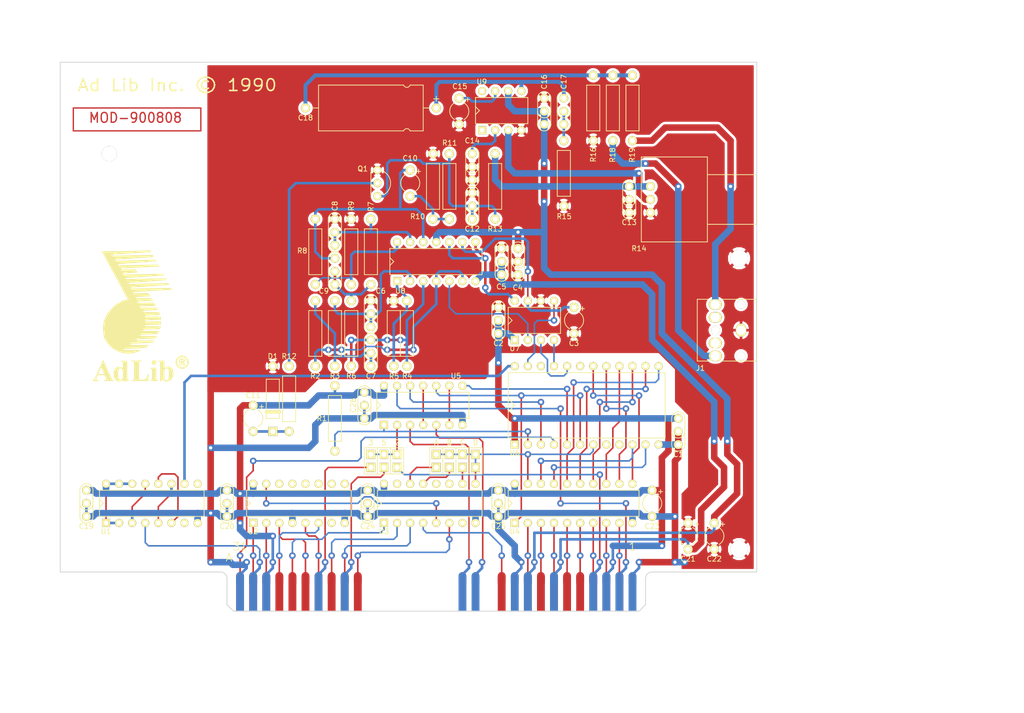
<source format=kicad_pcb>
(kicad_pcb (version 4) (host pcbnew 4.0.1-stable)
  (layers (0 F.Cu signal) (31 B.Cu signal) (34 B.Paste user) (35 F.Paste user) (36 B.SilkS user) (37 F.SilkS user) (38 B.Mask user) (39 F.Mask user hide) (44 Edge.Cuts user))
  (net 0 "")
  (net 1 GND)
  (net 2 VCC)
  (net 3 /CV)
  (net 4 +12VA)
  (net 5 -12VA)
  (net 6 "Net-(C6-Pad2)")
  (net 7 "Net-(C7-Pad2)")
  (net 8 "Net-(C7-Pad1)")
  (net 9 "Net-(C8-Pad2)")
  (net 10 "Net-(C9-Pad2)")
  (net 11 "Net-(C10-Pad1)")
  (net 12 "Net-(C10-Pad2)")
  (net 13 "Net-(C11-Pad2)")
  (net 14 "Net-(C12-Pad2)")
  (net 15 "Net-(C13-Pad1)")
  (net 16 "Net-(C14-Pad1)")
  (net 17 "Net-(C15-Pad1)")
  (net 18 "Net-(C17-Pad2)")
  (net 19 "Net-(C17-Pad1)")
  (net 20 "Net-(C18-Pad2)")
  (net 21 /IRQ3)
  (net 22 "Net-(P1-Pad2)")
  (net 23 /IRQ5)
  (net 24 /IRQ2)
  (net 25 /0x218)
  (net 26 /0x388)
  (net 27 /0x288)
  (net 28 /0x318)
  (net 29 "Net-(Q1-Pad2)")
  (net 30 /~IRQ)
  (net 31 "Net-(R4-Pad1)")
  (net 32 "Net-(R8-Pad1)")
  (net 33 "Net-(R14-Pad2)")
  (net 34 "Net-(J1-Pad3)")
  (net 35 "Net-(J1-Pad2)")
  (net 36 /OSC_14M3)
  (net 37 "Net-(U1-Pad12)")
  (net 38 "Net-(U1-Pad7)")
  (net 39 "Net-(U1-Pad9)")
  (net 40 /MCLK)
  (net 41 /A1)
  (net 42 /A2)
  (net 43 /A5)
  (net 44 /A6)
  (net 45 /A3)
  (net 46 "Net-(U2-Pad7)")
  (net 47 "Net-(U2-Pad9)")
  (net 48 "Net-(U2-Pad10)")
  (net 49 "Net-(U2-Pad11)")
  (net 50 "Net-(U2-Pad12)")
  (net 51 "Net-(U2-Pad13)")
  (net 52 "Net-(U2-Pad14)")
  (net 53 "Net-(U2-Pad15)")
  (net 54 /A4)
  (net 55 /A7)
  (net 56 /A8)
  (net 57 /AEN)
  (net 58 /A9)
  (net 59 "Net-(U3-Pad7)")
  (net 60 "Net-(U3-Pad11)")
  (net 61 "Net-(U3-Pad12)")
  (net 62 "Net-(U3-Pad15)")
  (net 63 /~READ)
  (net 64 /D0)
  (net 65 /D1)
  (net 66 /D2)
  (net 67 /D3)
  (net 68 /D4)
  (net 69 /D5)
  (net 70 /D6)
  (net 71 /DB5)
  (net 72 /DB4)
  (net 73 /DB3)
  (net 74 /DB2)
  (net 75 /DB1)
  (net 76 /DB0)
  (net 77 /D7)
  (net 78 /DB7)
  (net 79 /DB6)
  (net 80 /~IOR)
  (net 81 "Net-(U5-Pad11)")
  (net 82 /~IOW)
  (net 83 "Net-(U5-Pad6)")
  (net 84 /~WRITE)
  (net 85 /~RESET)
  (net 86 /RESET)
  (net 87 /A0)
  (net 88 "Net-(U6-Pad20)")
  (net 89 "Net-(U6-Pad21)")
  (net 90 "Net-(U6-Pad23)")
  (net 91 "Net-(U7-Pad2)")
  (net 92 /MP)
  (net 93 "Net-(U9-Pad1)")
  (net 94 "Net-(U9-Pad8)")
  (net 95 "Net-(J1-Pad4)")
  (net 96 "Net-(J1-Pad5)")
  (net 97 "Net-(R2-Pad2)")
  (module adlib:JACK_CUI_SJ1-3553NG (layer F.Cu) (at 195.152 80.01 180)
    (fp_text reference J1 (at 2.874 -7.366 180) (layer F.SilkS))
    (fp_text value CONN_01X05)
    (pad 4 thru_hole oval (at 0 2.5 180) (size 2.54 2.032) (drill 1.8) (layers *.Cu *.Mask F.SilkS) (net 95 "Net-(J1-Pad4)"))
    (pad 5 thru_hole oval (at 0 -2.5 180) (size 2.54 2.032) (drill 1.8) (layers *.Cu *.Mask F.SilkS) (net 96 "Net-(J1-Pad5)"))
    (pad 3 thru_hole oval (at 0 -5 180) (size 2.54 2.032) (drill 1.8) (layers *.Cu *.Mask F.SilkS) (net 34 "Net-(J1-Pad3)"))
    (pad 2 thru_hole oval (at 0 5 180) (size 2.54 2.032) (drill 1.8) (layers *.Cu *.Mask F.SilkS) (net 35 "Net-(J1-Pad2)"))
    (pad 1 thru_hole oval (at -5 0 180) (size 2.032 2.54) (drill 1.8) (layers *.Cu *.Mask F.SilkS) (net 1 GND))
    (pad 0 thru_hole circle (at 0 0 180) (size 1.6002 1.6002) (drill 1.6002) (layers *.Cu *.Mask F.SilkS))
    (pad 0 thru_hole circle (at -5 5 180) (size 1.6 1.6) (drill 1.6) (layers *.Cu *.Mask F.SilkS))
    (pad 0 thru_hole circle (at -5 -5 180) (size 1.6 1.6) (drill 1.6) (layers *.Cu *.Mask F.SilkS))
  )
  (module adlib:DIP600_24N (layer F.Cu) (at 156.21 102.235)
    (fp_text reference U6 (at 0 1.651) (layer F.SilkS))
    (fp_text value YM3812)
    (pad 1 thru_hole rect (at 0 0) (size 1.5748 1.5748) (drill 0.889) (layers *.Cu *.Mask F.SilkS) (net 2 VCC))
    (pad 2 thru_hole circle (at 2.54 0) (size 1.5748 1.5748) (drill 0.889) (layers *.Cu *.Mask F.SilkS) (net 30 /~IRQ))
    (pad 3 thru_hole circle (at 5.08 0) (size 1.5748 1.5748) (drill 0.889) (layers *.Cu *.Mask F.SilkS) (net 85 /~RESET))
    (pad 4 thru_hole circle (at 7.62 0) (size 1.5748 1.5748) (drill 0.889) (layers *.Cu *.Mask F.SilkS) (net 87 /A0))
    (pad 5 thru_hole circle (at 10.16 0) (size 1.5748 1.5748) (drill 0.889) (layers *.Cu *.Mask F.SilkS) (net 84 /~WRITE))
    (pad 6 thru_hole circle (at 12.7 0) (size 1.5748 1.5748) (drill 0.889) (layers *.Cu *.Mask F.SilkS) (net 63 /~READ))
    (pad 7 thru_hole circle (at 15.24 0) (size 1.5748 1.5748) (drill 0.889) (layers *.Cu *.Mask F.SilkS) (net 26 /0x388))
    (pad 8 thru_hole circle (at 17.78 0) (size 1.5748 1.5748) (drill 0.889) (layers *.Cu *.Mask F.SilkS))
    (pad 13 thru_hole circle (at 27.94 -15.24) (size 1.5748 1.5748) (drill 0.889) (layers *.Cu *.Mask F.SilkS) (net 74 /DB2))
    (pad 14 thru_hole circle (at 25.4 -15.24) (size 1.5748 1.5748) (drill 0.889) (layers *.Cu *.Mask F.SilkS) (net 73 /DB3))
    (pad 15 thru_hole circle (at 22.86 -15.24) (size 1.5748 1.5748) (drill 0.889) (layers *.Cu *.Mask F.SilkS) (net 72 /DB4))
    (pad 16 thru_hole circle (at 20.32 -15.24) (size 1.5748 1.5748) (drill 0.889) (layers *.Cu *.Mask F.SilkS) (net 71 /DB5))
    (pad 17 thru_hole circle (at 17.78 -15.24) (size 1.5748 1.5748) (drill 0.889) (layers *.Cu *.Mask F.SilkS) (net 79 /DB6))
    (pad 18 thru_hole circle (at 15.24 -15.24) (size 1.5748 1.5748) (drill 0.889) (layers *.Cu *.Mask F.SilkS) (net 78 /DB7))
    (pad 19 thru_hole circle (at 12.7 -15.24) (size 1.5748 1.5748) (drill 0.889) (layers *.Cu *.Mask F.SilkS))
    (pad 20 thru_hole circle (at 10.16 -15.24) (size 1.5748 1.5748) (drill 0.889) (layers *.Cu *.Mask F.SilkS) (net 88 "Net-(U6-Pad20)"))
    (pad 9 thru_hole circle (at 20.32 0) (size 1.5748 1.5748) (drill 0.889) (layers *.Cu *.Mask F.SilkS))
    (pad 10 thru_hole circle (at 22.86 0) (size 1.5748 1.5748) (drill 0.889) (layers *.Cu *.Mask F.SilkS) (net 76 /DB0))
    (pad 11 thru_hole circle (at 25.4 0) (size 1.5748 1.5748) (drill 0.889) (layers *.Cu *.Mask F.SilkS) (net 75 /DB1))
    (pad 12 thru_hole circle (at 27.94 0) (size 1.5748 1.5748) (drill 0.889) (layers *.Cu *.Mask F.SilkS) (net 1 GND))
    (pad 21 thru_hole circle (at 7.62 -15.24) (size 1.5748 1.5748) (drill 0.889) (layers *.Cu *.Mask F.SilkS) (net 89 "Net-(U6-Pad21)"))
    (pad 22 thru_hole circle (at 5.08 -15.24) (size 1.5748 1.5748) (drill 0.889) (layers *.Cu *.Mask F.SilkS))
    (pad 23 thru_hole circle (at 2.54 -15.24) (size 1.5748 1.5748) (drill 0.889) (layers *.Cu *.Mask F.SilkS) (net 90 "Net-(U6-Pad23)"))
    (pad 24 thru_hole circle (at 0 -15.24) (size 1.5748 1.5748) (drill 0.889) (layers *.Cu *.Mask F.SilkS) (net 40 /MCLK))
  )
  (module adlib:CAP23 (layer F.Cu) (at 156.845 66.675 90)
    (fp_text reference C4 (at -5.08 -0.0635 180) (layer F.SilkS))
    (fp_text value 0.1uF)
    (pad 2 thru_hole circle (at 0 0 90) (size 1.778 1.778) (drill 1.016) (layers *.Cu *.Mask F.SilkS) (net 1 GND))
    (pad 1 thru_hole circle (at 2.54 0 90) (size 1.778 1.778) (drill 1.016) (layers *.Cu *.Mask F.SilkS) (net 4 +12VA))
    (pad 2 thru_hole circle (at -2.54 0 90) (size 1.778 1.778) (drill 1.016) (layers *.Cu *.Mask F.SilkS) (net 1 GND))
  )
  (module adlib:CAP23 (layer F.Cu) (at 153.67 66.675 90)
    (fp_text reference C5 (at -4.8895 -0.0635 180) (layer F.SilkS))
    (fp_text value 0.1uF)
    (pad 2 thru_hole circle (at 0 0 90) (size 1.778 1.778) (drill 1.016) (layers *.Cu *.Mask F.SilkS) (net 5 -12VA))
    (pad 1 thru_hole circle (at 2.54 0 90) (size 1.778 1.778) (drill 1.016) (layers *.Cu *.Mask F.SilkS) (net 1 GND))
    (pad 2 thru_hole circle (at -2.54 0 90) (size 1.778 1.778) (drill 1.016) (layers *.Cu *.Mask F.SilkS) (net 5 -12VA))
  )
  (module adlib:DIOA500 (layer F.Cu) (at 109.22 93.345 90)
    (fp_text reference D1 (at 8.255 0 180) (layer F.SilkS))
    (fp_text value D)
    (pad 1 thru_hole rect (at -6.35 0 90) (size 1.778 1.778) (drill 1.016) (layers *.Cu *.Mask F.SilkS) (net 13 "Net-(C11-Pad2)"))
    (pad 2 thru_hole circle (at 6.35 0 90) (size 1.778 1.778) (drill 1.016) (layers *.Cu *.Mask F.SilkS) (net 1 GND))
  )
  (module adlib:JMP3 (layer F.Cu) (at 130.81 105.41)
    (fp_text reference P1 hide)
    (fp_text value IRQ)
    (pad 1 thru_hole rect (at -2.54 1.27) (size 1.7272 1.7272) (drill 1.016) (layers *.Cu *.Mask F.SilkS) (net 21 /IRQ3))
    (pad 2 thru_hole rect (at -2.54 -1.27) (size 1.7272 1.7272) (drill 1.016) (layers *.Cu *.Mask F.SilkS) (net 22 "Net-(P1-Pad2)"))
    (pad 3 thru_hole rect (at 0 1.27) (size 1.7272 1.7272) (drill 1.016) (layers *.Cu *.Mask F.SilkS) (net 23 /IRQ5))
    (pad 4 thru_hole rect (at 0 -1.27) (size 1.7272 1.7272) (drill 1.016) (layers *.Cu *.Mask F.SilkS) (net 22 "Net-(P1-Pad2)"))
    (pad 5 thru_hole rect (at 2.54 1.27) (size 1.7272 1.7272) (drill 1.016) (layers *.Cu *.Mask F.SilkS) (net 24 /IRQ2))
    (pad 6 thru_hole rect (at 2.54 -1.27) (size 1.7272 1.7272) (drill 1.016) (layers *.Cu *.Mask F.SilkS) (net 22 "Net-(P1-Pad2)"))
  )
  (module adlib:JMP4 (layer F.Cu) (at 144.78 105.41)
    (fp_text reference P2 hide)
    (fp_text value ADDR)
    (pad 1 thru_hole rect (at -3.81 1.27) (size 1.7272 1.7272) (drill 1.016) (layers *.Cu *.Mask F.SilkS) (net 25 /0x218))
    (pad 2 thru_hole rect (at -3.81 -1.27) (size 1.7272 1.7272) (drill 1.016) (layers *.Cu *.Mask F.SilkS) (net 26 /0x388))
    (pad 3 thru_hole rect (at -1.27 1.27) (size 1.7272 1.7272) (drill 1.016) (layers *.Cu *.Mask F.SilkS) (net 27 /0x288))
    (pad 4 thru_hole rect (at -1.27 -1.27) (size 1.7272 1.7272) (drill 1.016) (layers *.Cu *.Mask F.SilkS) (net 26 /0x388))
    (pad 5 thru_hole rect (at 1.27 1.27) (size 1.7272 1.7272) (drill 1.016) (layers *.Cu *.Mask F.SilkS) (net 28 /0x318))
    (pad 6 thru_hole rect (at 1.27 -1.27) (size 1.7272 1.7272) (drill 1.016) (layers *.Cu *.Mask F.SilkS) (net 26 /0x388))
    (pad 7 thru_hole rect (at 3.81 1.27) (size 1.7272 1.7272) (drill 1.016) (layers *.Cu *.Mask F.SilkS) (net 26 /0x388))
    (pad 8 thru_hole rect (at 3.81 -1.27) (size 1.7272 1.7272) (drill 1.016) (layers *.Cu *.Mask F.SilkS) (net 26 /0x388))
  )
  (module adlib:TO92-IL (layer F.Cu) (at 129.54 48.895 180)
    (fp_text reference Q1 (at 2.8575 0.254 180) (layer F.SilkS))
    (fp_text value 2N3904)
    (pad 1 thru_hole circle (at 0 0 180) (size 1.5748 1.5748) (drill 0.889) (layers *.Cu *.Mask F.SilkS) (net 1 GND))
    (pad 2 thru_hole circle (at 0 -2.54 180) (size 1.5748 1.5748) (drill 0.889) (layers *.Cu *.Mask F.SilkS) (net 29 "Net-(Q1-Pad2)"))
    (pad 3 thru_hole circle (at 0 -5.08 180) (size 1.5748 1.5748) (drill 0.889) (layers *.Cu *.Mask F.SilkS) (net 14 "Net-(C12-Pad2)"))
  )
  (module adlib:RESA500 (layer F.Cu) (at 121.285 97.155 90)
    (fp_text reference R1 (at 0 -2.54 180) (layer F.SilkS))
    (fp_text value 8.2K)
    (pad 1 thru_hole circle (at 6.35 0 90) (size 1.778 1.778) (drill 1.016) (layers *.Cu *.Mask F.SilkS) (net 2 VCC))
    (pad 2 thru_hole circle (at -6.35 0 90) (size 1.778 1.778) (drill 1.016) (layers *.Cu *.Mask F.SilkS) (net 30 /~IRQ))
  )
  (module adlib:RESA500 (layer F.Cu) (at 117.475 80.645 90)
    (fp_text reference R2 (at -8.255 0 180) (layer F.SilkS))
    (fp_text value 2.2K)
    (pad 1 thru_hole circle (at 6.35 0 90) (size 1.778 1.778) (drill 1.016) (layers *.Cu *.Mask F.SilkS) (net 7 "Net-(C7-Pad2)"))
    (pad 2 thru_hole circle (at -6.35 0 90) (size 1.778 1.778) (drill 1.016) (layers *.Cu *.Mask F.SilkS) (net 97 "Net-(R2-Pad2)"))
  )
  (module adlib:RESA500 (layer F.Cu) (at 121.285 80.645 90)
    (fp_text reference R3 (at -8.255 0 180) (layer F.SilkS))
    (fp_text value 2.2K)
    (pad 1 thru_hole circle (at 6.35 0 90) (size 1.778 1.778) (drill 1.016) (layers *.Cu *.Mask F.SilkS) (net 6 "Net-(C6-Pad2)"))
    (pad 2 thru_hole circle (at -6.35 0 90) (size 1.778 1.778) (drill 1.016) (layers *.Cu *.Mask F.SilkS) (net 7 "Net-(C7-Pad2)"))
  )
  (module adlib:RESA500 (layer F.Cu) (at 135.255 80.645 90)
    (fp_text reference R4 (at -8.255 0.0635 180) (layer F.SilkS))
    (fp_text value 12K)
    (pad 1 thru_hole circle (at 6.35 0 90) (size 1.778 1.778) (drill 1.016) (layers *.Cu *.Mask F.SilkS) (net 31 "Net-(R4-Pad1)"))
    (pad 2 thru_hole circle (at -6.35 0 90) (size 1.778 1.778) (drill 1.016) (layers *.Cu *.Mask F.SilkS) (net 8 "Net-(C7-Pad1)"))
  )
  (module adlib:RESA500 (layer F.Cu) (at 132.715 80.645 90)
    (fp_text reference R5 (at -8.3185 0.0635 180) (layer F.SilkS))
    (fp_text value 10K)
    (pad 1 thru_hole circle (at 6.35 0 90) (size 1.778 1.778) (drill 1.016) (layers *.Cu *.Mask F.SilkS) (net 1 GND))
    (pad 2 thru_hole circle (at -6.35 0 90) (size 1.778 1.778) (drill 1.016) (layers *.Cu *.Mask F.SilkS) (net 31 "Net-(R4-Pad1)"))
  )
  (module adlib:RESA500 (layer F.Cu) (at 124.46 80.645 90)
    (fp_text reference R6 (at -8.255 0 180) (layer F.SilkS))
    (fp_text value 2.2K)
    (pad 1 thru_hole circle (at 6.35 0 90) (size 1.778 1.778) (drill 1.016) (layers *.Cu *.Mask F.SilkS) (net 10 "Net-(C9-Pad2)"))
    (pad 2 thru_hole circle (at -6.35 0 90) (size 1.778 1.778) (drill 1.016) (layers *.Cu *.Mask F.SilkS) (net 8 "Net-(C7-Pad1)"))
  )
  (module adlib:RESA500 (layer F.Cu) (at 128.27 64.77 90)
    (fp_text reference R7 (at 8.763 0 90) (layer F.SilkS))
    (fp_text value 2.2K)
    (pad 1 thru_hole circle (at 6.35 0 90) (size 1.778 1.778) (drill 1.016) (layers *.Cu *.Mask F.SilkS) (net 9 "Net-(C8-Pad2)"))
    (pad 2 thru_hole circle (at -6.35 0 90) (size 1.778 1.778) (drill 1.016) (layers *.Cu *.Mask F.SilkS) (net 10 "Net-(C9-Pad2)"))
  )
  (module adlib:RESA500 (layer F.Cu) (at 117.475 64.77 270)
    (fp_text reference R8 (at -0.1905 2.54 360) (layer F.SilkS))
    (fp_text value 1.5K)
    (pad 1 thru_hole circle (at 6.35 0 270) (size 1.778 1.778) (drill 1.016) (layers *.Cu *.Mask F.SilkS) (net 32 "Net-(R8-Pad1)"))
    (pad 2 thru_hole circle (at -6.35 0 270) (size 1.778 1.778) (drill 1.016) (layers *.Cu *.Mask F.SilkS) (net 11 "Net-(C10-Pad1)"))
  )
  (module adlib:RESA500 (layer F.Cu) (at 124.46 64.77 90)
    (fp_text reference R9 (at 8.89 0 90) (layer F.SilkS))
    (fp_text value 10K)
    (pad 1 thru_hole circle (at 6.35 0 90) (size 1.778 1.778) (drill 1.016) (layers *.Cu *.Mask F.SilkS) (net 1 GND))
    (pad 2 thru_hole circle (at -6.35 0 90) (size 1.778 1.778) (drill 1.016) (layers *.Cu *.Mask F.SilkS) (net 32 "Net-(R8-Pad1)"))
  )
  (module adlib:RESA500 (layer F.Cu) (at 140.335 52.07 90)
    (fp_text reference R10 (at -5.842 -2.9845 360) (layer F.SilkS))
    (fp_text value 10K)
    (pad 1 thru_hole circle (at 6.35 0 90) (size 1.778 1.778) (drill 1.016) (layers *.Cu *.Mask F.SilkS) (net 1 GND))
    (pad 2 thru_hole circle (at -6.35 0 90) (size 1.778 1.778) (drill 1.016) (layers *.Cu *.Mask F.SilkS) (net 12 "Net-(C10-Pad2)"))
  )
  (module adlib:RESA500 (layer F.Cu) (at 143.51 52.07 90)
    (fp_text reference R11 (at 8.4455 0.0635 180) (layer F.SilkS))
    (fp_text value 2.2K)
    (pad 1 thru_hole circle (at 6.35 0 90) (size 1.778 1.778) (drill 1.016) (layers *.Cu *.Mask F.SilkS) (net 14 "Net-(C12-Pad2)"))
    (pad 2 thru_hole circle (at -6.35 0 90) (size 1.778 1.778) (drill 1.016) (layers *.Cu *.Mask F.SilkS) (net 12 "Net-(C10-Pad2)"))
  )
  (module adlib:RESA500 (layer F.Cu) (at 112.395 93.345 90)
    (fp_text reference R12 (at 8.255 0 180) (layer F.SilkS))
    (fp_text value 2.2K)
    (pad 1 thru_hole circle (at 6.35 0 90) (size 1.778 1.778) (drill 1.016) (layers *.Cu *.Mask F.SilkS) (net 29 "Net-(Q1-Pad2)"))
    (pad 2 thru_hole circle (at -6.35 0 90) (size 1.778 1.778) (drill 1.016) (layers *.Cu *.Mask F.SilkS) (net 13 "Net-(C11-Pad2)"))
  )
  (module adlib:RESA500 (layer F.Cu) (at 152.4 52.07 90)
    (fp_text reference R13 (at -8.255 0 180) (layer F.SilkS))
    (fp_text value 8.2K)
    (pad 1 thru_hole circle (at 6.35 0 90) (size 1.778 1.778) (drill 1.016) (layers *.Cu *.Mask F.SilkS) (net 15 "Net-(C13-Pad1)"))
    (pad 2 thru_hole circle (at -6.35 0 90) (size 1.778 1.778) (drill 1.016) (layers *.Cu *.Mask F.SilkS) (net 14 "Net-(C12-Pad2)"))
  )
  (module adlib:RESV_BOURNS_91A1A (layer F.Cu) (at 182.5625 54.61)
    (fp_text reference R14 (at -2.2225 9.525) (layer F.SilkS))
    (fp_text value POT)
    (pad 1 thru_hole circle (at 0 2.54) (size 1.778 1.778) (drill 1.016) (layers *.Cu *.Mask F.SilkS) (net 1 GND))
    (pad 2 thru_hole circle (at 0 0) (size 1.778 1.778) (drill 1.016) (layers *.Cu *.Mask F.SilkS) (net 33 "Net-(R14-Pad2)"))
    (pad 3 thru_hole circle (at 0 -2.54) (size 1.778 1.778) (drill 1.016) (layers *.Cu *.Mask F.SilkS) (net 15 "Net-(C13-Pad1)"))
  )
  (module adlib:RESA500 (layer F.Cu) (at 165.735 49.53 90)
    (fp_text reference R15 (at -8.382 0.0635 360) (layer F.SilkS))
    (fp_text value 10)
    (pad 1 thru_hole circle (at 6.35 0 90) (size 1.778 1.778) (drill 1.016) (layers *.Cu *.Mask F.SilkS) (net 18 "Net-(C17-Pad2)"))
    (pad 2 thru_hole circle (at -6.35 0 90) (size 1.778 1.778) (drill 1.016) (layers *.Cu *.Mask F.SilkS) (net 1 GND))
  )
  (module adlib:RESA500 (layer F.Cu) (at 171.45 36.83 90)
    (fp_text reference R16 (at -9.0805 0 90) (layer F.SilkS))
    (fp_text value 10K)
    (pad 1 thru_hole circle (at 6.35 0 90) (size 1.778 1.778) (drill 1.016) (layers *.Cu *.Mask F.SilkS) (net 20 "Net-(C18-Pad2)"))
    (pad 2 thru_hole circle (at -6.35 0 90) (size 1.778 1.778) (drill 1.016) (layers *.Cu *.Mask F.SilkS) (net 1 GND))
  )
  (module adlib:RESA500 (layer F.Cu) (at 175.26 36.83 270)
    (fp_text reference R18 (at 9.144 0.0635 270) (layer F.SilkS))
    (fp_text value 10)
    (pad 1 thru_hole circle (at 6.35 0 270) (size 1.778 1.778) (drill 1.016) (layers *.Cu *.Mask F.SilkS) (net 34 "Net-(J1-Pad3)"))
    (pad 2 thru_hole circle (at -6.35 0 270) (size 1.778 1.778) (drill 1.016) (layers *.Cu *.Mask F.SilkS) (net 20 "Net-(C18-Pad2)"))
  )
  (module adlib:RESA500 (layer F.Cu) (at 179.07 36.83 270)
    (fp_text reference R19 (at 9.144 0.0635 270) (layer F.SilkS))
    (fp_text value 10)
    (pad 1 thru_hole circle (at 6.35 0 270) (size 1.778 1.778) (drill 1.016) (layers *.Cu *.Mask F.SilkS) (net 35 "Net-(J1-Pad2)"))
    (pad 2 thru_hole circle (at -6.35 0 270) (size 1.778 1.778) (drill 1.016) (layers *.Cu *.Mask F.SilkS) (net 20 "Net-(C18-Pad2)"))
  )
  (module adlib:DIP300_16N (layer F.Cu) (at 76.835 117.475)
    (fp_text reference U1 (at 0 1.651) (layer F.SilkS))
    (fp_text value 74LS109)
    (pad 1 thru_hole rect (at 0 0) (size 1.5748 1.5748) (drill 0.889) (layers *.Cu *.Mask F.SilkS) (net 2 VCC))
    (pad 2 thru_hole circle (at 2.54 0) (size 1.5748 1.5748) (drill 0.889) (layers *.Cu *.Mask F.SilkS) (net 2 VCC))
    (pad 3 thru_hole circle (at 5.08 0) (size 1.5748 1.5748) (drill 0.889) (layers *.Cu *.Mask F.SilkS) (net 1 GND))
    (pad 4 thru_hole circle (at 7.62 0) (size 1.5748 1.5748) (drill 0.889) (layers *.Cu *.Mask F.SilkS) (net 36 /OSC_14M3))
    (pad 5 thru_hole circle (at 10.16 0) (size 1.5748 1.5748) (drill 0.889) (layers *.Cu *.Mask F.SilkS) (net 2 VCC))
    (pad 6 thru_hole circle (at 12.7 0) (size 1.5748 1.5748) (drill 0.889) (layers *.Cu *.Mask F.SilkS) (net 37 "Net-(U1-Pad12)"))
    (pad 7 thru_hole circle (at 15.24 0) (size 1.5748 1.5748) (drill 0.889) (layers *.Cu *.Mask F.SilkS) (net 38 "Net-(U1-Pad7)"))
    (pad 8 thru_hole circle (at 17.78 0) (size 1.5748 1.5748) (drill 0.889) (layers *.Cu *.Mask F.SilkS) (net 1 GND))
    (pad 9 thru_hole circle (at 17.78 -7.62) (size 1.5748 1.5748) (drill 0.889) (layers *.Cu *.Mask F.SilkS) (net 39 "Net-(U1-Pad9)"))
    (pad 10 thru_hole circle (at 15.24 -7.62) (size 1.5748 1.5748) (drill 0.889) (layers *.Cu *.Mask F.SilkS) (net 40 /MCLK))
    (pad 11 thru_hole circle (at 12.7 -7.62) (size 1.5748 1.5748) (drill 0.889) (layers *.Cu *.Mask F.SilkS) (net 2 VCC))
    (pad 12 thru_hole circle (at 10.16 -7.62) (size 1.5748 1.5748) (drill 0.889) (layers *.Cu *.Mask F.SilkS) (net 37 "Net-(U1-Pad12)"))
    (pad 13 thru_hole circle (at 7.62 -7.62) (size 1.5748 1.5748) (drill 0.889) (layers *.Cu *.Mask F.SilkS) (net 1 GND))
    (pad 14 thru_hole circle (at 5.08 -7.62) (size 1.5748 1.5748) (drill 0.889) (layers *.Cu *.Mask F.SilkS) (net 2 VCC))
    (pad 15 thru_hole circle (at 2.54 -7.62) (size 1.5748 1.5748) (drill 0.889) (layers *.Cu *.Mask F.SilkS) (net 2 VCC))
    (pad 16 thru_hole circle (at 0 -7.62) (size 1.5748 1.5748) (drill 0.889) (layers *.Cu *.Mask F.SilkS) (net 2 VCC))
  )
  (module adlib:DIP300_16N (layer F.Cu) (at 105.41 117.475)
    (fp_text reference U2 (at 0 1.651) (layer F.SilkS))
    (fp_text value 74LS138)
    (pad 1 thru_hole rect (at 0 0) (size 1.5748 1.5748) (drill 0.889) (layers *.Cu *.Mask F.SilkS) (net 41 /A1))
    (pad 2 thru_hole circle (at 2.54 0) (size 1.5748 1.5748) (drill 0.889) (layers *.Cu *.Mask F.SilkS) (net 42 /A2))
    (pad 3 thru_hole circle (at 5.08 0) (size 1.5748 1.5748) (drill 0.889) (layers *.Cu *.Mask F.SilkS) (net 43 /A5))
    (pad 4 thru_hole circle (at 7.62 0) (size 1.5748 1.5748) (drill 0.889) (layers *.Cu *.Mask F.SilkS) (net 1 GND))
    (pad 5 thru_hole circle (at 10.16 0) (size 1.5748 1.5748) (drill 0.889) (layers *.Cu *.Mask F.SilkS) (net 44 /A6))
    (pad 6 thru_hole circle (at 12.7 0) (size 1.5748 1.5748) (drill 0.889) (layers *.Cu *.Mask F.SilkS) (net 45 /A3))
    (pad 7 thru_hole circle (at 15.24 0) (size 1.5748 1.5748) (drill 0.889) (layers *.Cu *.Mask F.SilkS) (net 46 "Net-(U2-Pad7)"))
    (pad 8 thru_hole circle (at 17.78 0) (size 1.5748 1.5748) (drill 0.889) (layers *.Cu *.Mask F.SilkS) (net 1 GND))
    (pad 9 thru_hole circle (at 17.78 -7.62) (size 1.5748 1.5748) (drill 0.889) (layers *.Cu *.Mask F.SilkS) (net 47 "Net-(U2-Pad9)"))
    (pad 10 thru_hole circle (at 15.24 -7.62) (size 1.5748 1.5748) (drill 0.889) (layers *.Cu *.Mask F.SilkS) (net 48 "Net-(U2-Pad10)"))
    (pad 11 thru_hole circle (at 12.7 -7.62) (size 1.5748 1.5748) (drill 0.889) (layers *.Cu *.Mask F.SilkS) (net 49 "Net-(U2-Pad11)"))
    (pad 12 thru_hole circle (at 10.16 -7.62) (size 1.5748 1.5748) (drill 0.889) (layers *.Cu *.Mask F.SilkS) (net 50 "Net-(U2-Pad12)"))
    (pad 13 thru_hole circle (at 7.62 -7.62) (size 1.5748 1.5748) (drill 0.889) (layers *.Cu *.Mask F.SilkS) (net 51 "Net-(U2-Pad13)"))
    (pad 14 thru_hole circle (at 5.08 -7.62) (size 1.5748 1.5748) (drill 0.889) (layers *.Cu *.Mask F.SilkS) (net 52 "Net-(U2-Pad14)"))
    (pad 15 thru_hole circle (at 2.54 -7.62) (size 1.5748 1.5748) (drill 0.889) (layers *.Cu *.Mask F.SilkS) (net 53 "Net-(U2-Pad15)"))
    (pad 16 thru_hole circle (at 0 -7.62) (size 1.5748 1.5748) (drill 0.889) (layers *.Cu *.Mask F.SilkS) (net 2 VCC))
  )
  (module adlib:DIP300_16N (layer F.Cu) (at 130.81 117.475)
    (fp_text reference U3 (at 0 1.651) (layer F.SilkS))
    (fp_text value 74LS138)
    (pad 1 thru_hole rect (at 0 0) (size 1.5748 1.5748) (drill 0.889) (layers *.Cu *.Mask F.SilkS) (net 54 /A4))
    (pad 2 thru_hole circle (at 2.54 0) (size 1.5748 1.5748) (drill 0.889) (layers *.Cu *.Mask F.SilkS) (net 55 /A7))
    (pad 3 thru_hole circle (at 5.08 0) (size 1.5748 1.5748) (drill 0.889) (layers *.Cu *.Mask F.SilkS) (net 56 /A8))
    (pad 4 thru_hole circle (at 7.62 0) (size 1.5748 1.5748) (drill 0.889) (layers *.Cu *.Mask F.SilkS) (net 57 /AEN))
    (pad 5 thru_hole circle (at 10.16 0) (size 1.5748 1.5748) (drill 0.889) (layers *.Cu *.Mask F.SilkS) (net 53 "Net-(U2-Pad15)"))
    (pad 6 thru_hole circle (at 12.7 0) (size 1.5748 1.5748) (drill 0.889) (layers *.Cu *.Mask F.SilkS) (net 58 /A9))
    (pad 7 thru_hole circle (at 15.24 0) (size 1.5748 1.5748) (drill 0.889) (layers *.Cu *.Mask F.SilkS) (net 59 "Net-(U3-Pad7)"))
    (pad 8 thru_hole circle (at 17.78 0) (size 1.5748 1.5748) (drill 0.889) (layers *.Cu *.Mask F.SilkS) (net 1 GND))
    (pad 9 thru_hole circle (at 17.78 -7.62) (size 1.5748 1.5748) (drill 0.889) (layers *.Cu *.Mask F.SilkS) (net 26 /0x388))
    (pad 10 thru_hole circle (at 15.24 -7.62) (size 1.5748 1.5748) (drill 0.889) (layers *.Cu *.Mask F.SilkS) (net 28 /0x318))
    (pad 11 thru_hole circle (at 12.7 -7.62) (size 1.5748 1.5748) (drill 0.889) (layers *.Cu *.Mask F.SilkS) (net 60 "Net-(U3-Pad11)"))
    (pad 12 thru_hole circle (at 10.16 -7.62) (size 1.5748 1.5748) (drill 0.889) (layers *.Cu *.Mask F.SilkS) (net 61 "Net-(U3-Pad12)"))
    (pad 13 thru_hole circle (at 7.62 -7.62) (size 1.5748 1.5748) (drill 0.889) (layers *.Cu *.Mask F.SilkS) (net 27 /0x288))
    (pad 14 thru_hole circle (at 5.08 -7.62) (size 1.5748 1.5748) (drill 0.889) (layers *.Cu *.Mask F.SilkS) (net 25 /0x218))
    (pad 15 thru_hole circle (at 2.54 -7.62) (size 1.5748 1.5748) (drill 0.889) (layers *.Cu *.Mask F.SilkS) (net 62 "Net-(U3-Pad15)"))
    (pad 16 thru_hole circle (at 0 -7.62) (size 1.5748 1.5748) (drill 0.889) (layers *.Cu *.Mask F.SilkS) (net 2 VCC))
  )
  (module adlib:DIP300_20N (layer F.Cu) (at 156.21 117.475)
    (fp_text reference U4 (at 0 1.651) (layer F.SilkS))
    (fp_text value 74LS245)
    (pad 1 thru_hole rect (at 0 0) (size 1.5748 1.5748) (drill 0.889) (layers *.Cu *.Mask F.SilkS) (net 63 /~READ))
    (pad 2 thru_hole circle (at 2.54 0) (size 1.5748 1.5748) (drill 0.889) (layers *.Cu *.Mask F.SilkS) (net 64 /D0))
    (pad 3 thru_hole circle (at 5.08 0) (size 1.5748 1.5748) (drill 0.889) (layers *.Cu *.Mask F.SilkS) (net 65 /D1))
    (pad 4 thru_hole circle (at 7.62 0) (size 1.5748 1.5748) (drill 0.889) (layers *.Cu *.Mask F.SilkS) (net 66 /D2))
    (pad 5 thru_hole circle (at 10.16 0) (size 1.5748 1.5748) (drill 0.889) (layers *.Cu *.Mask F.SilkS) (net 67 /D3))
    (pad 6 thru_hole circle (at 12.7 0) (size 1.5748 1.5748) (drill 0.889) (layers *.Cu *.Mask F.SilkS) (net 68 /D4))
    (pad 7 thru_hole circle (at 15.24 0) (size 1.5748 1.5748) (drill 0.889) (layers *.Cu *.Mask F.SilkS) (net 69 /D5))
    (pad 8 thru_hole circle (at 17.78 0) (size 1.5748 1.5748) (drill 0.889) (layers *.Cu *.Mask F.SilkS) (net 70 /D6))
    (pad 13 thru_hole circle (at 17.78 -7.62) (size 1.5748 1.5748) (drill 0.889) (layers *.Cu *.Mask F.SilkS) (net 71 /DB5))
    (pad 14 thru_hole circle (at 15.24 -7.62) (size 1.5748 1.5748) (drill 0.889) (layers *.Cu *.Mask F.SilkS) (net 72 /DB4))
    (pad 15 thru_hole circle (at 12.7 -7.62) (size 1.5748 1.5748) (drill 0.889) (layers *.Cu *.Mask F.SilkS) (net 73 /DB3))
    (pad 16 thru_hole circle (at 10.16 -7.62) (size 1.5748 1.5748) (drill 0.889) (layers *.Cu *.Mask F.SilkS) (net 74 /DB2))
    (pad 17 thru_hole circle (at 7.62 -7.62) (size 1.5748 1.5748) (drill 0.889) (layers *.Cu *.Mask F.SilkS) (net 75 /DB1))
    (pad 18 thru_hole circle (at 5.08 -7.62) (size 1.5748 1.5748) (drill 0.889) (layers *.Cu *.Mask F.SilkS) (net 76 /DB0))
    (pad 19 thru_hole circle (at 2.54 -7.62) (size 1.5748 1.5748) (drill 0.889) (layers *.Cu *.Mask F.SilkS) (net 26 /0x388))
    (pad 20 thru_hole circle (at 0 -7.62) (size 1.5748 1.5748) (drill 0.889) (layers *.Cu *.Mask F.SilkS) (net 2 VCC))
    (pad 9 thru_hole circle (at 20.32 0) (size 1.5748 1.5748) (drill 0.889) (layers *.Cu *.Mask F.SilkS) (net 77 /D7))
    (pad 10 thru_hole circle (at 22.86 0) (size 1.5748 1.5748) (drill 0.889) (layers *.Cu *.Mask F.SilkS) (net 1 GND))
    (pad 11 thru_hole circle (at 22.86 -7.62) (size 1.5748 1.5748) (drill 0.889) (layers *.Cu *.Mask F.SilkS) (net 78 /DB7))
    (pad 12 thru_hole circle (at 20.32 -7.62) (size 1.5748 1.5748) (drill 0.889) (layers *.Cu *.Mask F.SilkS) (net 79 /DB6))
  )
  (module adlib:DIP300_14N (layer F.Cu) (at 130.81 98.425)
    (fp_text reference U5 (at 13.97 -9.525) (layer F.SilkS))
    (fp_text value 74LS04)
    (pad 1 thru_hole rect (at 0 0) (size 1.5748 1.5748) (drill 0.889) (layers *.Cu *.Mask F.SilkS) (net 30 /~IRQ))
    (pad 2 thru_hole circle (at 2.54 0) (size 1.5748 1.5748) (drill 0.889) (layers *.Cu *.Mask F.SilkS) (net 22 "Net-(P1-Pad2)"))
    (pad 3 thru_hole circle (at 5.08 0) (size 1.5748 1.5748) (drill 0.889) (layers *.Cu *.Mask F.SilkS) (net 80 /~IOR))
    (pad 4 thru_hole circle (at 7.62 0) (size 1.5748 1.5748) (drill 0.889) (layers *.Cu *.Mask F.SilkS) (net 81 "Net-(U5-Pad11)"))
    (pad 5 thru_hole circle (at 10.16 0) (size 1.5748 1.5748) (drill 0.889) (layers *.Cu *.Mask F.SilkS) (net 82 /~IOW))
    (pad 6 thru_hole circle (at 12.7 0) (size 1.5748 1.5748) (drill 0.889) (layers *.Cu *.Mask F.SilkS) (net 83 "Net-(U5-Pad6)"))
    (pad 7 thru_hole circle (at 15.24 0) (size 1.5748 1.5748) (drill 0.889) (layers *.Cu *.Mask F.SilkS) (net 1 GND))
    (pad 8 thru_hole circle (at 15.24 -7.62) (size 1.5748 1.5748) (drill 0.889) (layers *.Cu *.Mask F.SilkS) (net 84 /~WRITE))
    (pad 9 thru_hole circle (at 12.7 -7.62) (size 1.5748 1.5748) (drill 0.889) (layers *.Cu *.Mask F.SilkS) (net 83 "Net-(U5-Pad6)"))
    (pad 10 thru_hole circle (at 10.16 -7.62) (size 1.5748 1.5748) (drill 0.889) (layers *.Cu *.Mask F.SilkS) (net 63 /~READ))
    (pad 11 thru_hole circle (at 7.62 -7.62) (size 1.5748 1.5748) (drill 0.889) (layers *.Cu *.Mask F.SilkS) (net 81 "Net-(U5-Pad11)"))
    (pad 12 thru_hole circle (at 5.08 -7.62) (size 1.5748 1.5748) (drill 0.889) (layers *.Cu *.Mask F.SilkS) (net 85 /~RESET))
    (pad 13 thru_hole circle (at 2.54 -7.62) (size 1.5748 1.5748) (drill 0.889) (layers *.Cu *.Mask F.SilkS) (net 86 /RESET))
    (pad 14 thru_hole circle (at 0 -7.62) (size 1.5748 1.5748) (drill 0.889) (layers *.Cu *.Mask F.SilkS) (net 2 VCC))
  )
  (module adlib:DIP300_8N (layer F.Cu) (at 156.21 81.915)
    (fp_text reference U7 (at 0 1.651) (layer F.SilkS))
    (fp_text value YM3014B)
    (pad 1 thru_hole rect (at 0 0) (size 1.5748 1.5748) (drill 0.889) (layers *.Cu *.Mask F.SilkS) (net 2 VCC))
    (pad 2 thru_hole circle (at 2.54 0) (size 1.5748 1.5748) (drill 0.889) (layers *.Cu *.Mask F.SilkS) (net 91 "Net-(U7-Pad2)"))
    (pad 3 thru_hole circle (at 5.08 0) (size 1.5748 1.5748) (drill 0.889) (layers *.Cu *.Mask F.SilkS) (net 88 "Net-(U6-Pad20)"))
    (pad 4 thru_hole circle (at 7.62 0) (size 1.5748 1.5748) (drill 0.889) (layers *.Cu *.Mask F.SilkS) (net 89 "Net-(U6-Pad21)"))
    (pad 5 thru_hole circle (at 7.62 -7.62) (size 1.5748 1.5748) (drill 0.889) (layers *.Cu *.Mask F.SilkS) (net 90 "Net-(U6-Pad23)"))
    (pad 6 thru_hole circle (at 5.08 -7.62) (size 1.5748 1.5748) (drill 0.889) (layers *.Cu *.Mask F.SilkS) (net 1 GND))
    (pad 7 thru_hole circle (at 2.54 -7.62) (size 1.5748 1.5748) (drill 0.889) (layers *.Cu *.Mask F.SilkS) (net 3 /CV))
    (pad 8 thru_hole circle (at 0 -7.62) (size 1.5748 1.5748) (drill 0.889) (layers *.Cu *.Mask F.SilkS) (net 92 /MP))
  )
  (module adlib:DIP300_14N (layer F.Cu) (at 133.35 70.485)
    (fp_text reference U8 (at 0.635 1.905) (layer F.SilkS))
    (fp_text value RC4136)
    (pad 1 thru_hole rect (at 0 0) (size 1.5748 1.5748) (drill 0.889) (layers *.Cu *.Mask F.SilkS) (net 31 "Net-(R4-Pad1)"))
    (pad 2 thru_hole circle (at 2.54 0) (size 1.5748 1.5748) (drill 0.889) (layers *.Cu *.Mask F.SilkS) (net 6 "Net-(C6-Pad2)"))
    (pad 3 thru_hole circle (at 5.08 0) (size 1.5748 1.5748) (drill 0.889) (layers *.Cu *.Mask F.SilkS) (net 8 "Net-(C7-Pad1)"))
    (pad 4 thru_hole circle (at 7.62 0) (size 1.5748 1.5748) (drill 0.889) (layers *.Cu *.Mask F.SilkS) (net 97 "Net-(R2-Pad2)"))
    (pad 5 thru_hole circle (at 10.16 0) (size 1.5748 1.5748) (drill 0.889) (layers *.Cu *.Mask F.SilkS) (net 91 "Net-(U7-Pad2)"))
    (pad 6 thru_hole circle (at 12.7 0) (size 1.5748 1.5748) (drill 0.889) (layers *.Cu *.Mask F.SilkS) (net 97 "Net-(R2-Pad2)"))
    (pad 7 thru_hole circle (at 15.24 0) (size 1.5748 1.5748) (drill 0.889) (layers *.Cu *.Mask F.SilkS) (net 5 -12VA))
    (pad 8 thru_hole circle (at 15.24 -7.62) (size 1.5748 1.5748) (drill 0.889) (layers *.Cu *.Mask F.SilkS) (net 92 /MP))
    (pad 9 thru_hole circle (at 12.7 -7.62) (size 1.5748 1.5748) (drill 0.889) (layers *.Cu *.Mask F.SilkS) (net 3 /CV))
    (pad 10 thru_hole circle (at 10.16 -7.62) (size 1.5748 1.5748) (drill 0.889) (layers *.Cu *.Mask F.SilkS) (net 92 /MP))
    (pad 11 thru_hole circle (at 7.62 -7.62) (size 1.5748 1.5748) (drill 0.889) (layers *.Cu *.Mask F.SilkS) (net 4 +12VA))
    (pad 12 thru_hole circle (at 5.08 -7.62) (size 1.5748 1.5748) (drill 0.889) (layers *.Cu *.Mask F.SilkS) (net 11 "Net-(C10-Pad1)"))
    (pad 13 thru_hole circle (at 2.54 -7.62) (size 1.5748 1.5748) (drill 0.889) (layers *.Cu *.Mask F.SilkS) (net 9 "Net-(C8-Pad2)"))
    (pad 14 thru_hole circle (at 0 -7.62) (size 1.5748 1.5748) (drill 0.889) (layers *.Cu *.Mask F.SilkS) (net 32 "Net-(R8-Pad1)"))
  )
  (module adlib:DIP300_8N (layer F.Cu) (at 149.86 41.148)
    (fp_text reference U9 (at -0.0635 -9.398) (layer F.SilkS))
    (fp_text value LM386N)
    (pad 1 thru_hole rect (at 0 0) (size 1.5748 1.5748) (drill 0.889) (layers *.Cu *.Mask F.SilkS) (net 93 "Net-(U9-Pad1)"))
    (pad 2 thru_hole circle (at 2.54 0) (size 1.5748 1.5748) (drill 0.889) (layers *.Cu *.Mask F.SilkS) (net 16 "Net-(C14-Pad1)"))
    (pad 3 thru_hole circle (at 5.08 0) (size 1.5748 1.5748) (drill 0.889) (layers *.Cu *.Mask F.SilkS) (net 33 "Net-(R14-Pad2)"))
    (pad 4 thru_hole circle (at 7.62 0) (size 1.5748 1.5748) (drill 0.889) (layers *.Cu *.Mask F.SilkS) (net 1 GND))
    (pad 5 thru_hole circle (at 7.62 -7.62) (size 1.5748 1.5748) (drill 0.889) (layers *.Cu *.Mask F.SilkS) (net 19 "Net-(C17-Pad1)"))
    (pad 6 thru_hole circle (at 5.08 -7.62) (size 1.5748 1.5748) (drill 0.889) (layers *.Cu *.Mask F.SilkS) (net 4 +12VA))
    (pad 7 thru_hole circle (at 2.54 -7.62) (size 1.5748 1.5748) (drill 0.889) (layers *.Cu *.Mask F.SilkS) (net 17 "Net-(C15-Pad1)"))
    (pad 8 thru_hole circle (at 0 -7.62) (size 1.5748 1.5748) (drill 0.889) (layers *.Cu *.Mask F.SilkS) (net 94 "Net-(U9-Pad8)"))
  )
  (module adlib:CAPA1000 (layer F.Cu) (at 140.97 36.83 180)
    (fp_text reference C18 (at 25.4 -1.905 180) (layer F.SilkS))
    (fp_text value 10uF)
    (pad 1 thru_hole circle (at 0 0 180) (size 1.778 1.778) (drill 1.016) (layers *.Cu *.Mask F.SilkS) (net 19 "Net-(C17-Pad1)"))
    (pad 2 thru_hole circle (at 25.4 0 180) (size 1.778 1.778) (drill 1.016) (layers *.Cu *.Mask F.SilkS) (net 20 "Net-(C18-Pad2)"))
  )
  (module adlib:CAP23 (layer F.Cu) (at 127.635 113.665 90)
    (fp_text reference C24 (at -4.445 0 180) (layer F.SilkS))
    (fp_text value 0.1uF)
    (pad 2 thru_hole circle (at 0 0 90) (size 1.7018 1.7018) (drill 1.016) (layers *.Cu *.Mask F.SilkS) (net 1 GND))
    (pad 1 thru_hole circle (at 2.54 0 90) (size 1.7018 1.7018) (drill 1.016) (layers *.Cu *.Mask F.SilkS) (net 2 VCC))
    (pad 2 thru_hole circle (at -2.54 0 90) (size 1.7018 1.7018) (drill 1.016) (layers *.Cu *.Mask F.SilkS) (net 1 GND))
  )
  (module adlib:CAP23 (layer F.Cu) (at 153.035 78.105 90)
    (fp_text reference C2 (at -4.445 0 180) (layer F.SilkS))
    (fp_text value 0.1uF)
    (pad 2 thru_hole circle (at 0 0 90) (size 1.7018 1.7018) (drill 1.016) (layers *.Cu *.Mask F.SilkS) (net 2 VCC))
    (pad 1 thru_hole circle (at 2.54 0 90) (size 1.7018 1.7018) (drill 1.016) (layers *.Cu *.Mask F.SilkS) (net 1 GND))
    (pad 2 thru_hole circle (at -2.54 0 90) (size 1.7018 1.7018) (drill 1.016) (layers *.Cu *.Mask F.SilkS) (net 2 VCC))
  )
  (module adlib:CAP23 (layer F.Cu) (at 153.035 113.665 90)
    (fp_text reference C25 (at -4.445 0 180) (layer F.SilkS))
    (fp_text value 0.1uF)
    (pad 2 thru_hole circle (at 0 0 90) (size 1.7018 1.7018) (drill 1.016) (layers *.Cu *.Mask F.SilkS) (net 1 GND))
    (pad 1 thru_hole circle (at 2.54 0 90) (size 1.7018 1.7018) (drill 1.016) (layers *.Cu *.Mask F.SilkS) (net 2 VCC))
    (pad 2 thru_hole circle (at -2.54 0 90) (size 1.7018 1.7018) (drill 1.016) (layers *.Cu *.Mask F.SilkS) (net 1 GND))
  )
  (module adlib:CAP23 (layer F.Cu) (at 100.33 113.665 90)
    (fp_text reference C20 (at -4.445 0 180) (layer F.SilkS))
    (fp_text value 0.1uF)
    (pad 2 thru_hole circle (at 0 0 90) (size 1.7018 1.7018) (drill 1.016) (layers *.Cu *.Mask F.SilkS) (net 1 GND))
    (pad 1 thru_hole circle (at 2.54 0 90) (size 1.7018 1.7018) (drill 1.016) (layers *.Cu *.Mask F.SilkS) (net 2 VCC))
    (pad 2 thru_hole circle (at -2.54 0 90) (size 1.7018 1.7018) (drill 1.016) (layers *.Cu *.Mask F.SilkS) (net 1 GND))
  )
  (module adlib:CAP23 (layer F.Cu) (at 73.025 113.665 90)
    (fp_text reference C19 (at -4.445 0 180) (layer F.SilkS))
    (fp_text value 0.1uF)
    (pad 2 thru_hole circle (at 0 0 90) (size 1.7018 1.7018) (drill 1.016) (layers *.Cu *.Mask F.SilkS) (net 1 GND))
    (pad 1 thru_hole circle (at 2.54 0 90) (size 1.7018 1.7018) (drill 1.016) (layers *.Cu *.Mask F.SilkS) (net 2 VCC))
    (pad 2 thru_hole circle (at -2.54 0 90) (size 1.7018 1.7018) (drill 1.016) (layers *.Cu *.Mask F.SilkS) (net 1 GND))
  )
  (module adlib:CAP23 (layer F.Cu) (at 127 94.615 90)
    (fp_text reference C26 (at 0 -2.159 90) (layer F.SilkS))
    (fp_text value 0.1uF)
    (pad 2 thru_hole circle (at 0 0 90) (size 1.7018 1.7018) (drill 1.016) (layers *.Cu *.Mask F.SilkS) (net 1 GND))
    (pad 1 thru_hole circle (at 2.54 0 90) (size 1.7018 1.7018) (drill 1.016) (layers *.Cu *.Mask F.SilkS) (net 2 VCC))
    (pad 2 thru_hole circle (at -2.54 0 90) (size 1.7018 1.7018) (drill 1.016) (layers *.Cu *.Mask F.SilkS) (net 1 GND))
  )
  (module adlib:CAP23 (layer F.Cu) (at 187.96 99.695 90)
    (fp_text reference C1 (at -4.445 0 180) (layer F.SilkS))
    (fp_text value 0.1uF)
    (pad 2 thru_hole circle (at 0 0 90) (size 1.7018 1.7018) (drill 1.016) (layers *.Cu *.Mask F.SilkS) (net 1 GND))
    (pad 1 thru_hole circle (at 2.54 0 90) (size 1.7018 1.7018) (drill 1.016) (layers *.Cu *.Mask F.SilkS) (net 2 VCC))
    (pad 2 thru_hole circle (at -2.54 0 90) (size 1.7018 1.7018) (drill 1.016) (layers *.Cu *.Mask F.SilkS) (net 1 GND))
  )
  (module adlib:CAP23 (layer F.Cu) (at 128.27 84.455 90)
    (fp_text reference C7 (at -4.445 0 180) (layer F.SilkS))
    (fp_text value 4700pF)
    (pad 2 thru_hole circle (at 0 0 90) (size 1.7018 1.7018) (drill 1.016) (layers *.Cu *.Mask F.SilkS) (net 7 "Net-(C7-Pad2)"))
    (pad 1 thru_hole circle (at 2.54 0 90) (size 1.7018 1.7018) (drill 1.016) (layers *.Cu *.Mask F.SilkS) (net 8 "Net-(C7-Pad1)"))
    (pad 2 thru_hole circle (at -2.54 0 90) (size 1.7018 1.7018) (drill 1.016) (layers *.Cu *.Mask F.SilkS) (net 7 "Net-(C7-Pad2)"))
  )
  (module adlib:CAP23 (layer F.Cu) (at 128.27 76.835 90)
    (fp_text reference C6 (at 4.445 1.905 180) (layer F.SilkS))
    (fp_text value 4700pF)
    (pad 2 thru_hole circle (at 0 0 90) (size 1.7018 1.7018) (drill 1.016) (layers *.Cu *.Mask F.SilkS) (net 6 "Net-(C6-Pad2)"))
    (pad 1 thru_hole circle (at 2.54 0 90) (size 1.7018 1.7018) (drill 1.016) (layers *.Cu *.Mask F.SilkS) (net 1 GND))
    (pad 2 thru_hole circle (at -2.54 0 90) (size 1.7018 1.7018) (drill 1.016) (layers *.Cu *.Mask F.SilkS) (net 6 "Net-(C6-Pad2)"))
  )
  (module adlib:CAP23 (layer F.Cu) (at 121.285 68.58 90)
    (fp_text reference C9 (at -3.81 -2.159 180) (layer F.SilkS))
    (fp_text value 4700pF)
    (pad 2 thru_hole circle (at 0 0 90) (size 1.7018 1.7018) (drill 1.016) (layers *.Cu *.Mask F.SilkS) (net 10 "Net-(C9-Pad2)"))
    (pad 1 thru_hole circle (at 2.54 0 90) (size 1.7018 1.7018) (drill 1.016) (layers *.Cu *.Mask F.SilkS) (net 11 "Net-(C10-Pad1)"))
    (pad 2 thru_hole circle (at -2.54 0 90) (size 1.7018 1.7018) (drill 1.016) (layers *.Cu *.Mask F.SilkS) (net 10 "Net-(C9-Pad2)"))
  )
  (module adlib:CAP23 (layer F.Cu) (at 121.285 60.96 90)
    (fp_text reference C8 (at 5.08 0 90) (layer F.SilkS))
    (fp_text value 4700pF)
    (pad 2 thru_hole circle (at 0 0 90) (size 1.7018 1.7018) (drill 1.016) (layers *.Cu *.Mask F.SilkS) (net 9 "Net-(C8-Pad2)"))
    (pad 1 thru_hole circle (at 2.54 0 90) (size 1.7018 1.7018) (drill 1.016) (layers *.Cu *.Mask F.SilkS) (net 1 GND))
    (pad 2 thru_hole circle (at -2.54 0 90) (size 1.7018 1.7018) (drill 1.016) (layers *.Cu *.Mask F.SilkS) (net 9 "Net-(C8-Pad2)"))
  )
  (module adlib:CAP23 (layer F.Cu) (at 147.955 55.88 90)
    (fp_text reference C12 (at -4.445 0 180) (layer F.SilkS))
    (fp_text value 1000pF)
    (pad 2 thru_hole circle (at 0 0 90) (size 1.7018 1.7018) (drill 1.016) (layers *.Cu *.Mask F.SilkS) (net 14 "Net-(C12-Pad2)"))
    (pad 1 thru_hole circle (at 2.54 0 90) (size 1.7018 1.7018) (drill 1.016) (layers *.Cu *.Mask F.SilkS) (net 1 GND))
    (pad 2 thru_hole circle (at -2.54 0 90) (size 1.7018 1.7018) (drill 1.016) (layers *.Cu *.Mask F.SilkS) (net 14 "Net-(C12-Pad2)"))
  )
  (module adlib:CAP23 (layer F.Cu) (at 147.955 48.26 90)
    (fp_text reference C14 (at 5.08 0 180) (layer F.SilkS))
    (fp_text value 0.1uF)
    (pad 2 thru_hole circle (at 0 0 90) (size 1.7018 1.7018) (drill 1.016) (layers *.Cu *.Mask F.SilkS) (net 1 GND))
    (pad 1 thru_hole circle (at 2.54 0 90) (size 1.7018 1.7018) (drill 1.016) (layers *.Cu *.Mask F.SilkS) (net 16 "Net-(C14-Pad1)"))
    (pad 2 thru_hole circle (at -2.54 0 90) (size 1.7018 1.7018) (drill 1.016) (layers *.Cu *.Mask F.SilkS) (net 1 GND))
  )
  (module adlib:CAP23 (layer F.Cu) (at 161.925 37.465 90)
    (fp_text reference C16 (at 5.715 0 90) (layer F.SilkS))
    (fp_text value 0.1uF)
    (pad 2 thru_hole circle (at 0 0 90) (size 1.7018 1.7018) (drill 1.016) (layers *.Cu *.Mask F.SilkS) (net 4 +12VA))
    (pad 1 thru_hole circle (at 2.54 0 90) (size 1.7018 1.7018) (drill 1.016) (layers *.Cu *.Mask F.SilkS) (net 1 GND))
    (pad 2 thru_hole circle (at -2.54 0 90) (size 1.7018 1.7018) (drill 1.016) (layers *.Cu *.Mask F.SilkS) (net 4 +12VA))
  )
  (module adlib:CAP23 (layer F.Cu) (at 165.735 37.465 90)
    (fp_text reference C17 (at 5.715 0 90) (layer F.SilkS))
    (fp_text value 0.047uF)
    (pad 2 thru_hole circle (at 0 0 90) (size 1.7018 1.7018) (drill 1.016) (layers *.Cu *.Mask F.SilkS) (net 18 "Net-(C17-Pad2)"))
    (pad 1 thru_hole circle (at 2.54 0 90) (size 1.7018 1.7018) (drill 1.016) (layers *.Cu *.Mask F.SilkS) (net 19 "Net-(C17-Pad1)"))
    (pad 2 thru_hole circle (at -2.54 0 90) (size 1.7018 1.7018) (drill 1.016) (layers *.Cu *.Mask F.SilkS) (net 18 "Net-(C17-Pad2)"))
  )
  (module adlib:CAP23 (layer F.Cu) (at 178.435 54.61 90)
    (fp_text reference C13 (at -4.445 0 180) (layer F.SilkS))
    (fp_text value 270pF)
    (pad 2 thru_hole circle (at 0 0 90) (size 1.7018 1.7018) (drill 1.016) (layers *.Cu *.Mask F.SilkS) (net 1 GND))
    (pad 1 thru_hole circle (at 2.54 0 90) (size 1.7018 1.7018) (drill 1.016) (layers *.Cu *.Mask F.SilkS) (net 15 "Net-(C13-Pad1)"))
    (pad 2 thru_hole circle (at -2.54 0 90) (size 1.7018 1.7018) (drill 1.016) (layers *.Cu *.Mask F.SilkS) (net 1 GND))
  )
  (module adlib:CAPAP200 (layer F.Cu) (at 182.88 111.125 270)
    (fp_text reference C23 (at 6.985 0 360) (layer F.SilkS))
    (fp_text value 10uF)
    (pad 1 thru_hole circle (at 0 0 270) (size 1.778 1.778) (drill 1.016) (layers *.Cu *.Mask F.SilkS) (net 2 VCC))
    (pad 2 thru_hole circle (at 5.08 0 270) (size 1.778 1.778) (drill 1.016) (layers *.Cu *.Mask F.SilkS) (net 1 GND))
  )
  (module adlib:CAPAP200 (layer F.Cu) (at 189.865 117.475 270)
    (fp_text reference C21 (at 6.985 0 360) (layer F.SilkS))
    (fp_text value 10uF)
    (pad 1 thru_hole circle (at 0 0 270) (size 1.778 1.778) (drill 1.016) (layers *.Cu *.Mask F.SilkS) (net 1 GND))
    (pad 2 thru_hole circle (at 5.08 0 270) (size 1.778 1.778) (drill 1.016) (layers *.Cu *.Mask F.SilkS) (net 5 -12VA))
  )
  (module adlib:CAPAP200 (layer F.Cu) (at 194.945 117.475 270)
    (fp_text reference C22 (at 6.985 0 360) (layer F.SilkS))
    (fp_text value 10uF)
    (pad 1 thru_hole circle (at 0 0 270) (size 1.778 1.778) (drill 1.016) (layers *.Cu *.Mask F.SilkS) (net 4 +12VA))
    (pad 2 thru_hole circle (at 5.08 0 270) (size 1.778 1.778) (drill 1.016) (layers *.Cu *.Mask F.SilkS) (net 1 GND))
  )
  (module adlib:CAPAP200 (layer F.Cu) (at 105.41 94.615 270)
    (fp_text reference C11 (at -1.905 0 360) (layer F.SilkS))
    (fp_text value 10uF)
    (pad 1 thru_hole circle (at 0 0 270) (size 1.778 1.778) (drill 1.016) (layers *.Cu *.Mask F.SilkS) (net 2 VCC))
    (pad 2 thru_hole circle (at 5.08 0 270) (size 1.778 1.778) (drill 1.016) (layers *.Cu *.Mask F.SilkS) (net 13 "Net-(C11-Pad2)"))
  )
  (module adlib:CAPAP200 (layer F.Cu) (at 167.7035 75.565 270)
    (fp_text reference C3 (at 6.985 0 360) (layer F.SilkS))
    (fp_text value 10uF)
    (pad 1 thru_hole circle (at 0 0 270) (size 1.778 1.778) (drill 1.016) (layers *.Cu *.Mask F.SilkS) (net 3 /CV))
    (pad 2 thru_hole circle (at 5.08 0 270) (size 1.778 1.778) (drill 1.016) (layers *.Cu *.Mask F.SilkS) (net 1 GND))
  )
  (module adlib:CAPAP200 (layer F.Cu) (at 135.89 48.895 270)
    (fp_text reference C10 (at -2.286 0 360) (layer F.SilkS))
    (fp_text value 4.7uF)
    (pad 1 thru_hole circle (at 0 0 270) (size 1.778 1.778) (drill 1.016) (layers *.Cu *.Mask F.SilkS) (net 11 "Net-(C10-Pad1)"))
    (pad 2 thru_hole circle (at 5.08 0 270) (size 1.778 1.778) (drill 1.016) (layers *.Cu *.Mask F.SilkS) (net 12 "Net-(C10-Pad2)"))
  )
  (module adlib:CAPAP200 (layer F.Cu) (at 145.415 34.925 270)
    (fp_text reference C15 (at -2.286 -0.127 360) (layer F.SilkS))
    (fp_text value 10uF)
    (pad 1 thru_hole circle (at 0 0 270) (size 1.778 1.778) (drill 1.016) (layers *.Cu *.Mask F.SilkS) (net 17 "Net-(C15-Pad1)"))
    (pad 2 thru_hole circle (at 5.08 0 270) (size 1.778 1.778) (drill 1.016) (layers *.Cu *.Mask F.SilkS) (net 1 GND))
  )
  (module adlib:ADLIB_LOGO (layer F.Cu) (at 83.058 77.216)
    (fp_text reference G*** hide)
    (fp_text value LOGO hide)
  )
  (module adlib:MNT_SPARE (layer F.Cu) (at 77.47 45.72)
    (fp_text reference REF** hide)
    (fp_text value MNT_SPARE hide)
    (pad 1 thru_hole circle (at 0 0) (size 2.9464 2.9464) (drill 2.9464) (layers *.Cu *.Mask F.SilkS))
  )
  (module adlib:BUS_PC_ADLIB (layer F.Cu) (at 140.97 130.81)
    (fp_text reference BUS1 hide)
    (fp_text value BUSPC)
    (fp_line (start 38.1 -3.048) (end 38.1 -1.778) (layer B.Cu) (width 1.524))
    (fp_line (start 35.56 -3.048) (end 35.56 -1.778) (layer B.Cu) (width 1.524))
    (fp_line (start 30.48 -3.048) (end 30.48 -1.778) (layer B.Cu) (width 1.524))
    (fp_line (start 33.02 -3.048) (end 33.02 -1.778) (layer B.Cu) (width 1.524))
    (fp_line (start 22.86 -3.048) (end 22.86 -1.778) (layer B.Cu) (width 1.524))
    (fp_line (start 17.78 -3.048) (end 17.78 -1.778) (layer B.Cu) (width 1.524))
    (fp_line (start 15.24 -3.048) (end 15.24 -1.778) (layer B.Cu) (width 1.524))
    (fp_line (start 5.08 -3.048) (end 5.08 -1.778) (layer B.Cu) (width 1.524))
    (fp_line (start 7.62 -3.048) (end 7.62 -1.778) (layer B.Cu) (width 1.524))
    (fp_line (start -22.86 -3.048) (end -22.86 -1.778) (layer B.Cu) (width 1.524))
    (fp_line (start -33.02 -3.048) (end -33.02 -1.778) (layer B.Cu) (width 1.524))
    (fp_line (start -35.56 -3.048) (end -35.56 -1.778) (layer B.Cu) (width 1.524))
    (fp_line (start -17.78 -3.048) (end -17.78 -1.778) (layer B.Cu) (width 1.524))
    (fp_line (start -38.1 -3.048) (end -38.1 -1.778) (layer B.Cu) (width 1.524))
    (fp_line (start 35.56 -3.048) (end 35.56 -1.778) (layer F.Cu) (width 1.524))
    (fp_line (start 33.02 -3.048) (end 33.02 -1.778) (layer F.Cu) (width 1.524))
    (fp_line (start 25.4 -3.048) (end 25.4 -1.778) (layer F.Cu) (width 1.524))
    (fp_line (start 27.94 -3.048) (end 27.94 -1.778) (layer F.Cu) (width 1.524))
    (fp_line (start 30.48 -3.048) (end 30.48 -1.778) (layer F.Cu) (width 1.524))
    (fp_line (start 12.7 -3.048) (end 12.7 -1.778) (layer F.Cu) (width 1.524))
    (fp_line (start 22.86 -3.048) (end 22.86 -1.778) (layer F.Cu) (width 1.524))
    (fp_line (start 17.78 -3.048) (end 17.78 -1.778) (layer F.Cu) (width 1.524))
    (fp_line (start 20.32 -3.048) (end 20.32 -1.778) (layer F.Cu) (width 1.524))
    (fp_line (start -17.78 -3.048) (end -17.78 -1.778) (layer F.Cu) (width 1.524))
    (fp_line (start -20.32 -3.048) (end -20.32 -1.778) (layer F.Cu) (width 1.524))
    (fp_line (start -15.24 -3.048) (end -15.24 -1.778) (layer F.Cu) (width 1.524))
    (fp_line (start -22.86 -3.048) (end -22.86 -1.778) (layer F.Cu) (width 1.524))
    (fp_line (start -27.94 -3.048) (end -27.94 -1.778) (layer F.Cu) (width 1.524))
    (fp_line (start -35.56 -3.048) (end -35.56 -1.778) (layer F.Cu) (width 1.524))
    (fp_line (start -38.1 -3.048) (end -38.1 -1.778) (layer F.Cu) (width 1.524))
    (fp_line (start -25.4 -3.048) (end -25.4 -1.778) (layer F.Cu) (width 1.524))
    (fp_line (start -30.48 -3.048) (end -30.48 -1.778) (layer F.Cu) (width 1.524))
    (fp_line (start -33.02 -3.048) (end -33.02 -1.778) (layer F.Cu) (width 1.524))
    (pad 1 connect rect (at 38.1 0.381) (size 1.524 6.858) (layers B.Cu B.Mask) (net 1 GND))
    (pad 2 connect rect (at 35.56 0.381) (size 1.524 6.858) (layers B.Cu B.Mask) (net 86 /RESET))
    (pad 3 connect rect (at 33.02 0.381) (size 1.524 6.858) (layers B.Cu B.Mask) (net 2 VCC))
    (pad 4 connect rect (at 30.48 0.381) (size 1.524 6.858) (layers B.Cu B.Mask) (net 24 /IRQ2))
    (pad 7 connect rect (at 22.86 0.381) (size 1.524 6.858) (layers B.Cu B.Mask) (net 5 -12VA))
    (pad 9 connect rect (at 17.78 0.381) (size 1.524 6.858) (layers B.Cu B.Mask) (net 4 +12VA))
    (pad 10 connect rect (at 15.24 0.381) (size 1.524 6.858) (layers B.Cu B.Mask) (net 1 GND))
    (pad 13 connect rect (at 7.62 0.381) (size 1.524 6.858) (layers B.Cu B.Mask) (net 82 /~IOW))
    (pad 14 connect rect (at 5.08 0.381) (size 1.524 6.858) (layers B.Cu B.Mask) (net 80 /~IOR))
    (pad 23 connect rect (at -17.78 0.381) (size 1.524 6.858) (layers B.Cu B.Mask) (net 23 /IRQ5))
    (pad 25 connect rect (at -22.86 0.381) (size 1.524 6.858) (layers B.Cu B.Mask) (net 21 /IRQ3))
    (pad 29 connect rect (at -33.02 0.381) (size 1.524 6.858) (layers B.Cu B.Mask) (net 2 VCC))
    (pad 30 connect rect (at -35.56 0.381) (size 1.524 6.858) (layers B.Cu B.Mask) (net 36 /OSC_14M3))
    (pad 31 connect rect (at -38.1 0.381) (size 1.524 6.858) (layers B.Cu B.Mask) (net 1 GND))
    (pad 33 connect rect (at 35.56 0.381) (size 1.524 6.858) (layers F.Cu F.Mask) (net 77 /D7))
    (pad 34 connect rect (at 33.02 0.381) (size 1.524 6.858) (layers F.Cu F.Mask) (net 70 /D6))
    (pad 35 connect rect (at 30.48 0.381) (size 1.524 6.858) (layers F.Cu F.Mask) (net 69 /D5))
    (pad 36 connect rect (at 27.94 0.381) (size 1.524 6.858) (layers F.Cu F.Mask) (net 68 /D4))
    (pad 37 connect rect (at 25.4 0.381) (size 1.524 6.858) (layers F.Cu F.Mask) (net 67 /D3))
    (pad 38 connect rect (at 22.86 0.381) (size 1.524 6.858) (layers F.Cu F.Mask) (net 66 /D2))
    (pad 39 connect rect (at 20.32 0.381) (size 1.524 6.858) (layers F.Cu F.Mask) (net 65 /D1))
    (pad 40 connect rect (at 17.78 0.381) (size 1.524 6.858) (layers F.Cu F.Mask) (net 64 /D0))
    (pad 42 connect rect (at 12.7 0.381) (size 1.524 6.858) (layers F.Cu F.Mask) (net 57 /AEN))
    (pad 53 connect rect (at -15.24 0.381) (size 1.524 6.858) (layers F.Cu F.Mask) (net 58 /A9))
    (pad 54 connect rect (at -17.78 0.381) (size 1.524 6.858) (layers F.Cu F.Mask) (net 56 /A8))
    (pad 55 connect rect (at -20.32 0.381) (size 1.524 6.858) (layers F.Cu F.Mask) (net 55 /A7))
    (pad 56 connect rect (at -22.86 0.381) (size 1.524 6.858) (layers F.Cu F.Mask) (net 44 /A6))
    (pad 57 connect rect (at -25.4 0.381) (size 1.524 6.858) (layers F.Cu F.Mask) (net 43 /A5))
    (pad 58 connect rect (at -27.94 0.381) (size 1.524 6.858) (layers F.Cu F.Mask) (net 54 /A4))
    (pad 59 connect rect (at -30.48 0.381) (size 1.524 6.858) (layers F.Cu F.Mask) (net 45 /A3))
    (pad 60 connect rect (at -33.02 0.381) (size 1.524 6.858) (layers F.Cu F.Mask) (net 42 /A2))
    (pad 61 connect rect (at -35.56 0.381) (size 1.524 6.858) (layers F.Cu F.Mask) (net 41 /A1))
    (pad 62 connect rect (at -38.1 0.381) (size 1.524 6.858) (layers F.Cu F.Mask) (net 87 /A0))
  )
  (module adlib:MNT_KEYSTONE_9202 (layer F.Cu) (at 199.771 66.04)
    (fp_text reference MNT1 hide)
    (fp_text value CONN_01X01 hide)
    (pad 1 thru_hole circle (at 0 0) (size 3.2766 3.2766) (drill 3.2766) (layers *.Cu *.Mask F.SilkS) (net 1 GND))
    (pad 1 thru_hole circle (at 0 56.515) (size 3.2766 3.2766) (drill 3.2766) (layers *.Cu *.Mask F.SilkS) (net 1 GND))
  )
  (gr_text A (at 100.711 124.206) (layer F.SilkS) (effects (font (thickness 0.1524))))
  (gr_text 31 (at 102.87 122.047) (layer F.SilkS) (effects (font (thickness 0.1524))))
  (gr_text 1 (at 179.07 122.047) (layer F.SilkS) (effects (font (thickness 0.1524))))
  (gr_line (start 181.61 133.35) (end 181.61 128.27) (layer Edge.Cuts) (width 0.15))
  (gr_line (start 180.34 134.62) (end 181.61 133.35) (layer Edge.Cuts) (width 0.15))
  (gr_line (start 101.6 134.62) (end 180.34 134.62) (layer Edge.Cuts) (width 0.15))
  (gr_line (start 100.33 133.35) (end 101.6 134.62) (layer Edge.Cuts) (width 0.15))
  (gr_line (start 100.33 128.27) (end 100.33 133.35) (layer Edge.Cuts) (width 0.15))
  (gr_line (start 203.2 127) (end 182.88 127) (layer Edge.Cuts) (width 0.15))
  (gr_line (start 203.2 27.94) (end 203.2 127) (layer Edge.Cuts) (width 0.15))
  (gr_line (start 67.945 27.94) (end 203.2 27.94) (layer Edge.Cuts) (width 0.15))
  (gr_line (start 67.945 127) (end 67.945 27.94) (layer Edge.Cuts) (width 0.15))
  (gr_line (start 99.06 127) (end 67.945 127) (layer Edge.Cuts) (width 0.15))
  (gr_arc (start 99.06 128.27) (end 99.06 127) (angle 90) (layer Edge.Cuts) (width 0.15))
  (gr_arc (start 182.88 128.27) (end 181.61 128.27) (angle 90) (layer Edge.Cuts) (width 0.15))
  (gr_text D (at 148.59 101.854) (layer F.SilkS) (effects (font (size 1.016 1.016) (thickness 0.1524))))
  (gr_text C (at 146.05 101.854) (layer F.SilkS) (effects (font (size 1.016 1.016) (thickness 0.1524))))
  (gr_text B (at 143.51 101.854) (layer F.SilkS) (effects (font (size 1.016 1.016) (thickness 0.1524))))
  (gr_text A (at 140.97 101.854) (layer F.SilkS) (effects (font (size 1.016 1.016) (thickness 0.1524))))
  (gr_text 2 (at 133.35 101.854) (layer F.SilkS) (effects (font (size 1.016 1.016) (thickness 0.1524))))
  (gr_text 5 (at 130.81 101.854) (layer F.SilkS) (effects (font (size 1.016 1.016) (thickness 0.1524))))
  (gr_text 3 (at 128.27 101.854) (layer F.SilkS) (effects (font (size 1.016 1.016) (thickness 0.1524))))
  (gr_text "Ad Lib Inc. © 1990" (at 71.12 32.385) (layer F.SilkS) (effects (font (size 2.286 2.54) (thickness 0.3)) (justify left)))
  (gr_text MOD-900808 (at 82.55 38.735) (layer F.Cu) (effects (font (size 1.905 1.778) (thickness 0.254))))
  (segment (start 95.25 41.275) (end 95.25 36.83) (width 0.254) (layer F.Cu) (net 0))
  (segment (start 70.485 41.275) (end 95.25 41.275) (width 0.254) (layer F.Cu) (net 0))
  (segment (start 70.485 36.83) (end 70.485 41.275) (width 0.254) (layer F.Cu) (net 0))
  (segment (start 95.25 36.83) (end 70.485 36.83) (width 0.254) (layer F.Cu) (net 0))
  (segment (start 187.325 125.095) (end 189.23 125.095) (width 1.27) (layer B.Cu) (net 1))
  (segment (start 156.21 127.508) (end 157.48 126.238) (width 0.508) (layer B.Cu) (net 1))
  (segment (start 157.48 126.238) (end 157.48 125.095) (width 0.508) (layer B.Cu) (net 1))
  (segment (start 156.21 131.191) (end 156.21 127.508) (width 0.508) (layer B.Cu) (net 1))
  (segment (start 179.07 127.508) (end 180.34 126.238) (width 0.508) (layer B.Cu) (net 1))
  (segment (start 180.34 126.238) (end 180.34 125.095) (width 0.508) (layer B.Cu) (net 1))
  (segment (start 179.07 131.191) (end 179.07 127.508) (width 0.508) (layer B.Cu) (net 1))
  (segment (start 102.87 127.508) (end 104.14 126.238) (width 0.508) (layer B.Cu) (net 1))
  (segment (start 104.14 126.238) (end 104.14 125.984) (width 0.508) (layer B.Cu) (net 1))
  (segment (start 102.87 131.191) (end 102.87 127.508) (width 0.508) (layer B.Cu) (net 1))
  (segment (start 104.14 125.984) (end 104.14 125.095) (width 0.508) (layer B.Cu) (net 1))
  (segment (start 104.14 125.095) (end 103.632 125.603) (width 1.27) (layer B.Cu) (net 1))
  (segment (start 103.632 125.603) (end 101.473 125.603) (width 1.27) (layer B.Cu) (net 1))
  (segment (start 101.473 125.603) (end 100.965 125.095) (width 1.27) (layer B.Cu) (net 1))
  (segment (start 100.965 125.095) (end 97.155 125.095) (width 1.27) (layer B.Cu) (net 1))
  (segment (start 97.155 102.87) (end 97.155 89.535) (width 1.27) (layer F.Cu) (net 1))
  (segment (start 81.915 114.3) (end 84.455 111.76) (width 0.3048) (layer F.Cu) (net 1))
  (segment (start 84.455 111.76) (end 84.455 109.855) (width 0.3048) (layer F.Cu) (net 1))
  (segment (start 81.915 117.475) (end 81.915 114.3) (width 0.3048) (layer F.Cu) (net 1))
  (segment (start 187.96 102.235) (end 187.96 99.695) (width 1.27) (layer F.Cu) (net 1))
  (segment (start 187.325 105.41) (end 187.96 104.775) (width 1.27) (layer F.Cu) (net 1))
  (segment (start 187.96 104.775) (end 187.96 102.235) (width 1.27) (layer F.Cu) (net 1))
  (segment (start 187.325 116.205) (end 187.325 105.41) (width 1.27) (layer F.Cu) (net 1))
  (segment (start 187.325 125.095) (end 187.325 116.205) (width 1.27) (layer F.Cu) (net 1))
  (segment (start 180.34 125.095) (end 187.325 125.095) (width 1.27) (layer F.Cu) (net 1))
  (segment (start 184.15 102.235) (end 187.96 102.235) (width 1.27) (layer B.Cu) (net 1))
  (segment (start 97.155 115.57) (end 97.155 102.87) (width 1.27) (layer F.Cu) (net 1))
  (via (at 97.155 102.87) (size 1.27) (drill 0.635) (layers F.Cu B.Cu) (net 1))
  (segment (start 116.205 102.87) (end 97.155 102.87) (width 1.27) (layer B.Cu) (net 1))
  (segment (start 117.475 101.6) (end 116.205 102.87) (width 1.27) (layer B.Cu) (net 1))
  (segment (start 117.475 98.425) (end 117.475 101.6) (width 1.27) (layer B.Cu) (net 1))
  (segment (start 118.745 97.155) (end 117.475 98.425) (width 1.27) (layer B.Cu) (net 1))
  (segment (start 127 97.155) (end 118.745 97.155) (width 1.27) (layer B.Cu) (net 1))
  (segment (start 127 94.615) (end 127 97.155) (width 0.508) (layer B.Cu) (net 1))
  (segment (start 128.27 97.155) (end 127 97.155) (width 1.27) (layer B.Cu) (net 1))
  (segment (start 128.905 96.52) (end 128.27 97.155) (width 1.27) (layer B.Cu) (net 1))
  (segment (start 146.05 96.52) (end 128.905 96.52) (width 1.27) (layer B.Cu) (net 1))
  (segment (start 146.05 98.425) (end 146.05 96.52) (width 1.27) (layer B.Cu) (net 1))
  (segment (start 98.425 115.57) (end 97.155 115.57) (width 1.27) (layer B.Cu) (net 1))
  (segment (start 94.615 115.57) (end 97.155 115.57) (width 1.27) (layer B.Cu) (net 1))
  (via (at 97.155 115.57) (size 1.27) (drill 0.635) (layers F.Cu B.Cu) (net 1))
  (segment (start 97.155 125.095) (end 97.155 115.57) (width 1.27) (layer F.Cu) (net 1))
  (via (at 97.155 125.095) (size 1.27) (drill 0.635) (layers F.Cu B.Cu) (net 1))
  (via (at 104.14 125.095) (size 1.27) (drill 0.635) (layers F.Cu B.Cu) (net 1))
  (segment (start 151.13 115.57) (end 148.59 115.57) (width 1.27) (layer B.Cu) (net 1))
  (segment (start 148.59 115.57) (end 129.54 115.57) (width 1.27) (layer B.Cu) (net 1))
  (segment (start 148.59 117.475) (end 148.59 115.57) (width 1.27) (layer B.Cu) (net 1))
  (segment (start 123.19 115.57) (end 113.03 115.57) (width 1.27) (layer B.Cu) (net 1))
  (segment (start 113.03 115.57) (end 102.235 115.57) (width 1.27) (layer B.Cu) (net 1))
  (segment (start 113.03 117.475) (end 113.03 115.57) (width 1.27) (layer B.Cu) (net 1))
  (segment (start 125.73 115.57) (end 123.19 115.57) (width 1.27) (layer B.Cu) (net 1))
  (segment (start 123.19 117.475) (end 123.19 115.57) (width 1.27) (layer B.Cu) (net 1))
  (segment (start 94.615 115.57) (end 81.915 115.57) (width 1.27) (layer B.Cu) (net 1))
  (segment (start 81.915 115.57) (end 74.93 115.57) (width 1.27) (layer B.Cu) (net 1))
  (segment (start 81.915 117.475) (end 81.915 115.57) (width 0.508) (layer B.Cu) (net 1))
  (segment (start 94.615 117.475) (end 94.615 115.57) (width 1.27) (layer B.Cu) (net 1))
  (segment (start 73.025 113.665) (end 73.025 116.205) (width 0.508) (layer B.Cu) (net 1))
  (segment (start 100.33 113.665) (end 100.33 116.205) (width 0.508) (layer B.Cu) (net 1))
  (segment (start 127.635 113.665) (end 127.635 116.205) (width 0.508) (layer B.Cu) (net 1))
  (segment (start 74.295 116.205) (end 73.025 116.205) (width 1.27) (layer B.Cu) (net 1))
  (segment (start 74.93 115.57) (end 74.295 116.205) (width 1.27) (layer B.Cu) (net 1))
  (segment (start 99.06 116.205) (end 98.425 115.57) (width 1.27) (layer B.Cu) (net 1))
  (segment (start 100.33 116.205) (end 99.06 116.205) (width 1.27) (layer B.Cu) (net 1))
  (segment (start 127.635 116.205) (end 126.365 116.205) (width 1.27) (layer B.Cu) (net 1))
  (segment (start 126.365 116.205) (end 125.73 115.57) (width 1.27) (layer B.Cu) (net 1))
  (segment (start 102.235 115.57) (end 101.6 116.205) (width 1.27) (layer B.Cu) (net 1))
  (segment (start 101.6 116.205) (end 100.33 116.205) (width 1.27) (layer B.Cu) (net 1))
  (segment (start 153.035 116.205) (end 151.765 116.205) (width 1.27) (layer B.Cu) (net 1))
  (segment (start 151.765 116.205) (end 151.13 115.57) (width 1.27) (layer B.Cu) (net 1))
  (segment (start 129.54 115.57) (end 128.905 116.205) (width 1.27) (layer B.Cu) (net 1))
  (segment (start 128.905 116.205) (end 127.635 116.205) (width 1.27) (layer B.Cu) (net 1))
  (segment (start 153.035 113.665) (end 153.035 116.205) (width 0.508) (layer B.Cu) (net 1))
  (segment (start 156.21 123.825) (end 157.48 125.095) (width 1.27) (layer B.Cu) (net 1))
  (segment (start 156.21 121.92) (end 156.21 123.825) (width 1.27) (layer B.Cu) (net 1))
  (segment (start 153.035 118.745) (end 156.21 121.92) (width 1.27) (layer B.Cu) (net 1))
  (segment (start 153.035 116.205) (end 153.035 118.745) (width 1.27) (layer B.Cu) (net 1))
  (via (at 157.48 125.095) (size 1.27) (drill 0.635) (layers F.Cu B.Cu) (net 1))
  (via (at 189.23 125.095) (size 1.27) (drill 0.635) (layers F.Cu B.Cu) (net 1))
  (via (at 187.325 125.095) (size 1.27) (drill 0.635) (layers F.Cu B.Cu) (net 1))
  (segment (start 187.325 116.205) (end 182.88 116.205) (width 1.27) (layer B.Cu) (net 1))
  (via (at 187.325 116.205) (size 1.27) (drill 0.635) (layers F.Cu B.Cu) (net 1))
  (segment (start 180.34 115.57) (end 179.07 115.57) (width 1.27) (layer B.Cu) (net 1))
  (segment (start 179.07 115.57) (end 154.94 115.57) (width 1.27) (layer B.Cu) (net 1))
  (segment (start 179.07 117.475) (end 179.07 115.57) (width 1.27) (layer B.Cu) (net 1))
  (segment (start 182.88 116.205) (end 180.975 116.205) (width 1.27) (layer B.Cu) (net 1))
  (segment (start 180.975 116.205) (end 180.34 115.57) (width 1.27) (layer B.Cu) (net 1))
  (segment (start 154.94 115.57) (end 154.305 116.205) (width 1.27) (layer B.Cu) (net 1))
  (segment (start 154.305 116.205) (end 153.035 116.205) (width 1.27) (layer B.Cu) (net 1))
  (via (at 180.34 125.095) (size 1.27) (drill 0.635) (layers F.Cu B.Cu) (net 1))
  (segment (start 173.99 127.508) (end 175.26 126.238) (width 0.508) (layer B.Cu) (net 2))
  (segment (start 175.26 126.238) (end 175.26 125.095) (width 0.508) (layer B.Cu) (net 2))
  (segment (start 173.99 131.191) (end 173.99 127.508) (width 0.508) (layer B.Cu) (net 2))
  (segment (start 107.95 127.508) (end 109.22 126.238) (width 0.508) (layer B.Cu) (net 2))
  (segment (start 109.22 126.238) (end 109.22 125.095) (width 0.508) (layer B.Cu) (net 2))
  (segment (start 107.95 131.191) (end 107.95 127.508) (width 0.508) (layer B.Cu) (net 2))
  (segment (start 109.22 120.015) (end 109.22 125.095) (width 0.508) (layer B.Cu) (net 2))
  (segment (start 86.995 114.3) (end 89.535 111.76) (width 0.3048) (layer F.Cu) (net 2))
  (segment (start 89.535 111.76) (end 89.535 109.855) (width 0.3048) (layer F.Cu) (net 2))
  (segment (start 86.995 117.475) (end 86.995 114.3) (width 0.3048) (layer F.Cu) (net 2))
  (segment (start 98.425 111.76) (end 89.535 111.76) (width 1.27) (layer B.Cu) (net 2))
  (segment (start 89.535 111.76) (end 76.835 111.76) (width 1.27) (layer B.Cu) (net 2))
  (segment (start 89.535 109.855) (end 89.535 111.76) (width 0.508) (layer B.Cu) (net 2))
  (segment (start 76.835 117.475) (end 79.375 117.475) (width 0.508) (layer B.Cu) (net 2))
  (segment (start 76.835 109.855) (end 76.835 115.57) (width 0.3048) (layer F.Cu) (net 2))
  (segment (start 76.835 115.57) (end 76.835 117.475) (width 0.3048) (layer F.Cu) (net 2))
  (segment (start 175.895 121.92) (end 175.26 121.92) (width 1.27) (layer B.Cu) (net 2))
  (segment (start 184.785 121.92) (end 175.895 121.92) (width 1.27) (layer B.Cu) (net 2))
  (segment (start 184.785 121.92) (end 184.785 111.125) (width 1.27) (layer F.Cu) (net 2))
  (segment (start 184.785 111.125) (end 184.785 104.775) (width 1.27) (layer F.Cu) (net 2))
  (segment (start 182.88 111.125) (end 184.785 111.125) (width 1.27) (layer F.Cu) (net 2))
  (segment (start 184.785 104.775) (end 186.055 103.505) (width 1.27) (layer F.Cu) (net 2))
  (segment (start 186.055 97.79) (end 186.69 97.155) (width 1.27) (layer F.Cu) (net 2))
  (segment (start 186.69 97.155) (end 187.96 97.155) (width 1.27) (layer F.Cu) (net 2))
  (segment (start 186.055 103.505) (end 186.055 97.79) (width 1.27) (layer F.Cu) (net 2))
  (segment (start 153.035 78.105) (end 153.035 80.645) (width 1.27) (layer B.Cu) (net 2))
  (segment (start 154.94 80.645) (end 153.035 80.645) (width 1.27) (layer B.Cu) (net 2))
  (segment (start 156.21 81.915) (end 154.94 80.645) (width 1.27) (layer B.Cu) (net 2))
  (segment (start 153.035 86.36) (end 153.035 80.645) (width 1.27) (layer B.Cu) (net 2))
  (segment (start 155.575 97.155) (end 153.035 94.615) (width 1.27) (layer F.Cu) (net 2))
  (segment (start 153.035 94.615) (end 153.035 86.36) (width 1.27) (layer F.Cu) (net 2))
  (segment (start 156.21 97.155) (end 155.575 97.155) (width 1.27) (layer F.Cu) (net 2))
  (segment (start 125.095 92.71) (end 121.285 92.71) (width 1.27) (layer B.Cu) (net 2))
  (segment (start 121.285 92.71) (end 118.11 92.71) (width 1.27) (layer B.Cu) (net 2))
  (segment (start 121.285 90.805) (end 121.285 92.71) (width 0.508) (layer B.Cu) (net 2))
  (segment (start 116.205 94.615) (end 105.41 94.615) (width 1.27) (layer B.Cu) (net 2))
  (segment (start 118.11 92.71) (end 116.205 94.615) (width 1.27) (layer B.Cu) (net 2))
  (segment (start 125.73 92.075) (end 125.095 92.71) (width 1.27) (layer B.Cu) (net 2))
  (segment (start 127 92.075) (end 125.73 92.075) (width 1.27) (layer B.Cu) (net 2))
  (segment (start 128.27 92.075) (end 127 92.075) (width 1.27) (layer B.Cu) (net 2))
  (segment (start 128.905 92.71) (end 128.27 92.075) (width 1.27) (layer B.Cu) (net 2))
  (segment (start 130.81 92.71) (end 128.905 92.71) (width 1.27) (layer B.Cu) (net 2))
  (segment (start 130.81 90.805) (end 130.81 92.71) (width 1.27) (layer B.Cu) (net 2))
  (segment (start 156.21 102.235) (end 156.21 97.155) (width 1.27) (layer F.Cu) (net 2))
  (via (at 156.21 97.155) (size 1.27) (drill 0.635) (layers F.Cu B.Cu) (net 2))
  (segment (start 187.96 97.155) (end 156.21 97.155) (width 1.27) (layer B.Cu) (net 2))
  (via (at 109.22 125.095) (size 1.27) (drill 0.635) (layers F.Cu B.Cu) (net 2))
  (via (at 109.22 120.015) (size 1.27) (drill 0.635) (layers F.Cu B.Cu) (net 2))
  (segment (start 104.14 120.015) (end 109.22 120.015) (width 1.27) (layer B.Cu) (net 2))
  (segment (start 102.87 118.745) (end 104.14 120.015) (width 1.27) (layer B.Cu) (net 2))
  (segment (start 102.87 117.475) (end 102.87 118.745) (width 1.27) (layer B.Cu) (net 2))
  (segment (start 151.13 111.76) (end 130.81 111.76) (width 1.27) (layer B.Cu) (net 2))
  (segment (start 130.81 111.76) (end 129.54 111.76) (width 1.27) (layer B.Cu) (net 2))
  (segment (start 130.81 109.855) (end 130.81 111.76) (width 1.27) (layer B.Cu) (net 2))
  (segment (start 79.375 109.855) (end 81.915 109.855) (width 0.508) (layer B.Cu) (net 2))
  (segment (start 76.835 109.855) (end 79.375 109.855) (width 0.508) (layer B.Cu) (net 2))
  (segment (start 76.835 111.76) (end 74.93 111.76) (width 1.27) (layer B.Cu) (net 2))
  (segment (start 76.835 109.855) (end 76.835 111.76) (width 1.27) (layer B.Cu) (net 2))
  (segment (start 125.73 111.76) (end 105.41 111.76) (width 1.27) (layer B.Cu) (net 2))
  (segment (start 105.41 111.76) (end 102.87 111.76) (width 1.27) (layer B.Cu) (net 2))
  (segment (start 105.41 109.855) (end 105.41 111.76) (width 1.27) (layer B.Cu) (net 2))
  (segment (start 74.295 111.125) (end 73.025 111.125) (width 1.27) (layer B.Cu) (net 2))
  (segment (start 74.93 111.76) (end 74.295 111.125) (width 1.27) (layer B.Cu) (net 2))
  (segment (start 99.06 111.125) (end 98.425 111.76) (width 1.27) (layer B.Cu) (net 2))
  (segment (start 100.33 111.125) (end 99.06 111.125) (width 1.27) (layer B.Cu) (net 2))
  (segment (start 101.6 111.125) (end 102.235 111.76) (width 1.27) (layer B.Cu) (net 2))
  (segment (start 102.235 111.76) (end 102.87 111.76) (width 1.27) (layer B.Cu) (net 2))
  (segment (start 100.33 111.125) (end 101.6 111.125) (width 1.27) (layer B.Cu) (net 2))
  (segment (start 126.365 111.125) (end 125.73 111.76) (width 1.27) (layer B.Cu) (net 2))
  (segment (start 127.635 111.125) (end 126.365 111.125) (width 1.27) (layer B.Cu) (net 2))
  (segment (start 128.905 111.125) (end 127.635 111.125) (width 1.27) (layer B.Cu) (net 2))
  (segment (start 129.54 111.76) (end 128.905 111.125) (width 1.27) (layer B.Cu) (net 2))
  (segment (start 151.765 111.125) (end 151.13 111.76) (width 1.27) (layer B.Cu) (net 2))
  (segment (start 153.035 111.125) (end 151.765 111.125) (width 1.27) (layer B.Cu) (net 2))
  (via (at 184.785 121.92) (size 1.27) (drill 0.635) (layers F.Cu B.Cu) (net 2))
  (segment (start 175.26 125.095) (end 175.26 121.92) (width 0.508) (layer B.Cu) (net 2))
  (segment (start 180.34 111.76) (end 156.21 111.76) (width 1.27) (layer B.Cu) (net 2))
  (segment (start 156.21 111.76) (end 154.94 111.76) (width 1.27) (layer B.Cu) (net 2))
  (segment (start 156.21 109.855) (end 156.21 111.76) (width 1.27) (layer B.Cu) (net 2))
  (segment (start 154.305 111.125) (end 153.035 111.125) (width 1.27) (layer B.Cu) (net 2))
  (segment (start 154.94 111.76) (end 154.305 111.125) (width 1.27) (layer B.Cu) (net 2))
  (segment (start 180.975 111.125) (end 180.34 111.76) (width 1.27) (layer B.Cu) (net 2))
  (segment (start 182.88 111.125) (end 180.975 111.125) (width 1.27) (layer B.Cu) (net 2))
  (via (at 175.26 125.095) (size 1.27) (drill 0.635) (layers F.Cu B.Cu) (net 2))
  (via (at 153.035 86.36) (size 1.27) (drill 0.635) (layers F.Cu B.Cu) (net 2))
  (segment (start 102.87 111.76) (end 102.87 117.475) (width 1.27) (layer F.Cu) (net 2))
  (segment (start 102.87 95.25) (end 102.87 111.76) (width 1.27) (layer F.Cu) (net 2))
  (via (at 102.87 111.76) (size 1.27) (drill 0.635) (layers F.Cu B.Cu) (net 2))
  (via (at 102.87 117.475) (size 1.27) (drill 0.635) (layers F.Cu B.Cu) (net 2))
  (segment (start 103.505 94.615) (end 102.87 95.25) (width 1.27) (layer F.Cu) (net 2))
  (segment (start 105.41 94.615) (end 103.505 94.615) (width 1.27) (layer F.Cu) (net 2))
  (segment (start 146.685 64.77) (end 146.05 64.135) (width 0.508) (layer B.Cu) (net 3))
  (segment (start 146.05 64.135) (end 146.05 62.865) (width 0.508) (layer B.Cu) (net 3))
  (segment (start 149.86 64.77) (end 146.685 64.77) (width 0.508) (layer B.Cu) (net 3))
  (segment (start 152.4 62.23) (end 149.86 64.77) (width 0.508) (layer B.Cu) (net 3))
  (segment (start 158.115 62.23) (end 152.4 62.23) (width 0.508) (layer B.Cu) (net 3))
  (segment (start 158.75 62.865) (end 158.115 62.23) (width 0.508) (layer B.Cu) (net 3))
  (segment (start 158.75 68.58) (end 158.75 62.865) (width 0.508) (layer B.Cu) (net 3))
  (segment (start 165.1 76.2) (end 165.735 75.565) (width 0.508) (layer B.Cu) (net 3))
  (segment (start 165.735 75.565) (end 167.7035 75.565) (width 0.508) (layer B.Cu) (net 3))
  (segment (start 159.385 76.2) (end 165.1 76.2) (width 0.508) (layer B.Cu) (net 3))
  (segment (start 158.75 75.565) (end 159.385 76.2) (width 0.508) (layer B.Cu) (net 3))
  (segment (start 158.75 74.295) (end 158.75 75.565) (width 0.508) (layer B.Cu) (net 3))
  (via (at 158.75 68.58) (size 1.27) (drill 0.635) (layers F.Cu B.Cu) (net 3))
  (segment (start 158.75 74.295) (end 158.75 68.58) (width 0.3048) (layer F.Cu) (net 3))
  (segment (start 160.02 125.095) (end 160.02 119.38) (width 0.508) (layer B.Cu) (net 4))
  (segment (start 160.02 119.38) (end 194.31 119.38) (width 0.508) (layer B.Cu) (net 4))
  (segment (start 194.31 119.38) (end 194.945 118.745) (width 0.508) (layer B.Cu) (net 4))
  (segment (start 194.945 118.745) (end 194.945 117.475) (width 0.508) (layer B.Cu) (net 4))
  (segment (start 199.39 111.76) (end 194.945 116.205) (width 1.27) (layer F.Cu) (net 4))
  (segment (start 194.945 116.205) (end 194.945 117.475) (width 1.27) (layer F.Cu) (net 4))
  (segment (start 199.39 111.125) (end 199.39 106.045) (width 1.27) (layer F.Cu) (net 4))
  (segment (start 199.39 111.125) (end 199.39 111.76) (width 1.27) (layer F.Cu) (net 4))
  (segment (start 161.925 60.96) (end 161.925 67.945) (width 1.27) (layer B.Cu) (net 4))
  (segment (start 184.785 80.645) (end 197.485 93.345) (width 1.27) (layer B.Cu) (net 4))
  (segment (start 161.925 67.945) (end 163.195 69.215) (width 1.27) (layer B.Cu) (net 4))
  (segment (start 163.195 69.215) (end 182.88 69.215) (width 1.27) (layer B.Cu) (net 4))
  (segment (start 182.88 69.215) (end 184.785 71.12) (width 1.27) (layer B.Cu) (net 4))
  (segment (start 184.785 71.12) (end 184.785 80.645) (width 1.27) (layer B.Cu) (net 4))
  (segment (start 197.485 93.345) (end 197.485 101.6) (width 1.27) (layer B.Cu) (net 4))
  (segment (start 158.75 127.508) (end 160.02 126.238) (width 0.508) (layer B.Cu) (net 4))
  (segment (start 160.02 126.238) (end 160.02 125.095) (width 0.508) (layer B.Cu) (net 4))
  (segment (start 158.75 131.191) (end 158.75 127.508) (width 0.508) (layer B.Cu) (net 4))
  (segment (start 161.925 54.991) (end 161.925 47.625) (width 1.27) (layer F.Cu) (net 4))
  (segment (start 161.925 60.96) (end 161.925 54.991) (width 1.27) (layer B.Cu) (net 4))
  (segment (start 156.845 60.96) (end 156.845 64.135) (width 1.27) (layer F.Cu) (net 4))
  (segment (start 161.925 47.625) (end 161.925 40.005) (width 1.27) (layer B.Cu) (net 4))
  (via (at 161.925 47.625) (size 1.27) (drill 0.635) (layers F.Cu B.Cu) (net 4))
  (via (at 161.925 54.991) (size 1.27) (drill 0.635) (layers F.Cu B.Cu) (net 4))
  (segment (start 156.21 37.465) (end 154.94 36.195) (width 1.27) (layer B.Cu) (net 4))
  (segment (start 154.94 36.195) (end 154.94 33.528) (width 1.27) (layer B.Cu) (net 4))
  (segment (start 161.925 37.465) (end 156.21 37.465) (width 1.27) (layer B.Cu) (net 4))
  (segment (start 161.925 40.005) (end 161.925 37.465) (width 1.27) (layer B.Cu) (net 4))
  (segment (start 156.845 60.96) (end 161.925 60.96) (width 1.27) (layer B.Cu) (net 4))
  (via (at 156.845 60.96) (size 1.27) (drill 0.635) (layers F.Cu B.Cu) (net 4))
  (segment (start 141.605 60.96) (end 156.845 60.96) (width 1.27) (layer B.Cu) (net 4))
  (segment (start 140.97 61.595) (end 141.605 60.96) (width 1.27) (layer B.Cu) (net 4))
  (segment (start 140.97 62.865) (end 140.97 61.595) (width 1.27) (layer B.Cu) (net 4))
  (via (at 160.02 125.095) (size 1.27) (drill 0.635) (layers F.Cu B.Cu) (net 4))
  (via (at 197.485 101.6) (size 1.27) (drill 0.635) (layers F.Cu B.Cu) (net 4))
  (segment (start 197.485 104.14) (end 197.485 101.6) (width 1.27) (layer F.Cu) (net 4))
  (segment (start 199.39 106.045) (end 197.485 104.14) (width 1.27) (layer F.Cu) (net 4))
  (segment (start 189.865 121.285) (end 189.865 122.555) (width 0.508) (layer B.Cu) (net 5))
  (segment (start 189.23 120.65) (end 189.865 121.285) (width 0.508) (layer B.Cu) (net 5))
  (segment (start 191.135 122.555) (end 189.865 122.555) (width 1.27) (layer F.Cu) (net 5))
  (segment (start 192.405 121.285) (end 191.135 122.555) (width 1.27) (layer F.Cu) (net 5))
  (segment (start 192.405 114.935) (end 192.405 121.285) (width 1.27) (layer F.Cu) (net 5))
  (segment (start 196.85 110.49) (end 196.85 106.68) (width 1.27) (layer F.Cu) (net 5))
  (segment (start 196.85 110.49) (end 192.405 114.935) (width 1.27) (layer F.Cu) (net 5))
  (segment (start 153.67 69.215) (end 153.67 70.485) (width 1.27) (layer B.Cu) (net 5))
  (segment (start 153.67 70.485) (end 154.305 71.12) (width 1.27) (layer B.Cu) (net 5))
  (segment (start 182.88 81.915) (end 194.945 93.98) (width 1.27) (layer B.Cu) (net 5))
  (segment (start 154.305 71.12) (end 180.975 71.12) (width 1.27) (layer B.Cu) (net 5))
  (segment (start 180.975 71.12) (end 182.88 73.025) (width 1.27) (layer B.Cu) (net 5))
  (segment (start 182.88 73.025) (end 182.88 81.915) (width 1.27) (layer B.Cu) (net 5))
  (segment (start 194.945 93.98) (end 194.945 101.6) (width 1.27) (layer B.Cu) (net 5))
  (segment (start 163.83 127.508) (end 165.1 126.238) (width 0.508) (layer B.Cu) (net 5))
  (segment (start 165.1 126.238) (end 165.1 125.095) (width 0.508) (layer B.Cu) (net 5))
  (segment (start 163.83 131.191) (end 163.83 127.508) (width 0.508) (layer B.Cu) (net 5))
  (segment (start 153.67 66.675) (end 153.67 69.215) (width 1.27) (layer B.Cu) (net 5))
  (segment (start 149.86 69.215) (end 153.67 69.215) (width 1.27) (layer B.Cu) (net 5))
  (segment (start 148.59 70.485) (end 149.86 69.215) (width 1.27) (layer B.Cu) (net 5))
  (segment (start 165.1 120.65) (end 165.1 125.095) (width 0.508) (layer B.Cu) (net 5))
  (segment (start 189.23 120.65) (end 165.1 120.65) (width 0.508) (layer B.Cu) (net 5))
  (via (at 165.1 125.095) (size 1.27) (drill 0.635) (layers F.Cu B.Cu) (net 5))
  (via (at 194.945 101.6) (size 1.27) (drill 0.635) (layers F.Cu B.Cu) (net 5))
  (segment (start 194.945 104.775) (end 194.945 101.6) (width 1.27) (layer F.Cu) (net 5))
  (segment (start 196.85 106.68) (end 194.945 104.775) (width 1.27) (layer F.Cu) (net 5))
  (segment (start 135.255 68.58) (end 135.89 69.215) (width 0.508) (layer B.Cu) (net 6))
  (segment (start 135.89 69.215) (end 135.89 70.485) (width 0.508) (layer B.Cu) (net 6))
  (segment (start 130.81 68.58) (end 135.255 68.58) (width 0.508) (layer B.Cu) (net 6))
  (segment (start 130.175 69.215) (end 130.81 68.58) (width 0.508) (layer B.Cu) (net 6))
  (segment (start 130.175 76.2) (end 130.175 69.215) (width 0.508) (layer B.Cu) (net 6))
  (segment (start 129.54 76.835) (end 130.175 76.2) (width 0.508) (layer B.Cu) (net 6))
  (segment (start 128.27 76.835) (end 129.54 76.835) (width 0.508) (layer B.Cu) (net 6))
  (segment (start 128.27 76.835) (end 128.27 79.375) (width 0.508) (layer B.Cu) (net 6))
  (segment (start 121.285 76.2) (end 121.92 76.835) (width 0.508) (layer B.Cu) (net 6))
  (segment (start 121.92 76.835) (end 128.27 76.835) (width 0.508) (layer B.Cu) (net 6))
  (segment (start 121.285 74.295) (end 121.285 76.2) (width 0.508) (layer B.Cu) (net 6))
  (segment (start 126.365 85.09) (end 121.285 85.09) (width 0.508) (layer B.Cu) (net 7))
  (segment (start 127 84.455) (end 126.365 85.09) (width 0.508) (layer B.Cu) (net 7))
  (segment (start 117.475 76.835) (end 117.475 74.295) (width 0.508) (layer B.Cu) (net 7))
  (segment (start 121.285 80.645) (end 117.475 76.835) (width 0.508) (layer B.Cu) (net 7))
  (segment (start 121.285 85.09) (end 121.285 80.645) (width 0.508) (layer B.Cu) (net 7))
  (segment (start 121.285 85.09) (end 121.285 86.995) (width 0.508) (layer B.Cu) (net 7))
  (segment (start 128.27 84.455) (end 127 84.455) (width 0.508) (layer B.Cu) (net 7))
  (segment (start 128.27 86.995) (end 128.27 84.455) (width 0.508) (layer B.Cu) (net 7))
  (segment (start 124.46 81.915) (end 124.46 86.995) (width 0.508) (layer F.Cu) (net 8))
  (via (at 124.46 81.915) (size 1.27) (drill 0.635) (layers F.Cu B.Cu) (net 8))
  (segment (start 128.27 81.915) (end 124.46 81.915) (width 0.508) (layer B.Cu) (net 8))
  (segment (start 133.985 81.915) (end 131.445 81.915) (width 0.508) (layer F.Cu) (net 8))
  (via (at 131.445 81.915) (size 1.27) (drill 0.635) (layers F.Cu B.Cu) (net 8))
  (segment (start 128.27 81.915) (end 131.445 81.915) (width 0.508) (layer B.Cu) (net 8))
  (via (at 133.985 81.915) (size 1.27) (drill 0.635) (layers F.Cu B.Cu) (net 8))
  (segment (start 135.255 81.915) (end 135.255 86.995) (width 0.508) (layer B.Cu) (net 8))
  (segment (start 135.255 78.105) (end 135.255 81.915) (width 0.508) (layer B.Cu) (net 8))
  (segment (start 135.255 81.915) (end 133.985 81.915) (width 0.508) (layer B.Cu) (net 8))
  (segment (start 138.43 74.93) (end 135.255 78.105) (width 0.508) (layer B.Cu) (net 8))
  (segment (start 138.43 70.485) (end 138.43 74.93) (width 0.508) (layer B.Cu) (net 8))
  (segment (start 121.285 60.96) (end 121.285 63.5) (width 0.508) (layer B.Cu) (net 9))
  (segment (start 135.255 60.96) (end 128.27 60.96) (width 0.508) (layer B.Cu) (net 9))
  (segment (start 128.27 60.96) (end 121.285 60.96) (width 0.508) (layer B.Cu) (net 9))
  (segment (start 128.27 58.42) (end 128.27 60.96) (width 0.508) (layer B.Cu) (net 9))
  (segment (start 135.89 61.595) (end 135.255 60.96) (width 0.508) (layer B.Cu) (net 9))
  (segment (start 135.89 62.865) (end 135.89 61.595) (width 0.508) (layer B.Cu) (net 9))
  (segment (start 121.285 68.58) (end 121.285 71.12) (width 0.508) (layer F.Cu) (net 10))
  (segment (start 126.365 73.025) (end 124.46 73.025) (width 0.508) (layer B.Cu) (net 10))
  (segment (start 124.46 73.025) (end 123.19 73.025) (width 0.508) (layer B.Cu) (net 10))
  (segment (start 124.46 74.295) (end 124.46 73.025) (width 0.508) (layer B.Cu) (net 10))
  (segment (start 123.19 73.025) (end 121.285 71.12) (width 0.508) (layer B.Cu) (net 10))
  (segment (start 128.27 71.12) (end 126.365 73.025) (width 0.508) (layer B.Cu) (net 10))
  (segment (start 117.475 58.42) (end 117.475 64.77) (width 0.508) (layer B.Cu) (net 11))
  (segment (start 117.475 57.15) (end 117.475 58.42) (width 0.508) (layer B.Cu) (net 11))
  (segment (start 118.11 56.515) (end 117.475 57.15) (width 0.508) (layer B.Cu) (net 11))
  (segment (start 118.745 66.04) (end 117.475 64.77) (width 0.508) (layer B.Cu) (net 11))
  (segment (start 121.285 66.04) (end 118.745 66.04) (width 0.508) (layer B.Cu) (net 11))
  (segment (start 137.16 56.515) (end 133.985 56.515) (width 0.508) (layer B.Cu) (net 11))
  (segment (start 133.985 56.515) (end 118.11 56.515) (width 0.508) (layer B.Cu) (net 11))
  (segment (start 134.62 48.895) (end 133.985 49.53) (width 0.508) (layer B.Cu) (net 11))
  (segment (start 133.985 49.53) (end 133.985 56.515) (width 0.508) (layer B.Cu) (net 11))
  (segment (start 135.89 48.895) (end 134.62 48.895) (width 0.508) (layer B.Cu) (net 11))
  (segment (start 138.43 57.785) (end 137.16 56.515) (width 0.508) (layer B.Cu) (net 11))
  (segment (start 138.43 62.865) (end 138.43 57.785) (width 0.508) (layer B.Cu) (net 11))
  (segment (start 140.335 56.515) (end 140.335 58.42) (width 0.508) (layer B.Cu) (net 12))
  (segment (start 137.795 53.975) (end 140.335 56.515) (width 0.508) (layer B.Cu) (net 12))
  (segment (start 135.89 53.975) (end 137.795 53.975) (width 0.508) (layer B.Cu) (net 12))
  (segment (start 140.335 58.42) (end 143.51 58.42) (width 0.508) (layer B.Cu) (net 12))
  (segment (start 109.22 99.695) (end 112.395 99.695) (width 0.508) (layer B.Cu) (net 13))
  (segment (start 105.41 99.695) (end 109.22 99.695) (width 0.508) (layer B.Cu) (net 13))
  (segment (start 143.51 47.625) (end 143.51 45.72) (width 0.508) (layer B.Cu) (net 14))
  (segment (start 130.81 53.975) (end 129.54 53.975) (width 0.508) (layer B.Cu) (net 14))
  (segment (start 131.445 53.34) (end 130.81 53.975) (width 0.508) (layer B.Cu) (net 14))
  (segment (start 131.445 47.625) (end 131.445 53.34) (width 0.508) (layer B.Cu) (net 14))
  (segment (start 132.08 46.99) (end 131.445 47.625) (width 0.508) (layer B.Cu) (net 14))
  (segment (start 137.795 46.99) (end 132.08 46.99) (width 0.508) (layer B.Cu) (net 14))
  (segment (start 138.43 47.625) (end 137.795 46.99) (width 0.508) (layer B.Cu) (net 14))
  (segment (start 143.51 47.625) (end 138.43 47.625) (width 0.508) (layer B.Cu) (net 14))
  (segment (start 143.51 55.245) (end 143.51 47.625) (width 0.508) (layer B.Cu) (net 14))
  (segment (start 144.145 55.88) (end 143.51 55.245) (width 0.508) (layer B.Cu) (net 14))
  (segment (start 147.955 55.88) (end 144.145 55.88) (width 0.508) (layer B.Cu) (net 14))
  (segment (start 151.765 55.88) (end 152.4 56.515) (width 0.508) (layer B.Cu) (net 14))
  (segment (start 152.4 56.515) (end 152.4 58.42) (width 0.508) (layer B.Cu) (net 14))
  (segment (start 147.955 55.88) (end 151.765 55.88) (width 0.508) (layer B.Cu) (net 14))
  (segment (start 147.955 58.42) (end 147.955 55.88) (width 0.508) (layer B.Cu) (net 14))
  (segment (start 178.435 52.07) (end 182.5625 52.07) (width 1.27) (layer B.Cu) (net 15))
  (segment (start 152.4 50.8) (end 153.67 52.07) (width 1.27) (layer B.Cu) (net 15))
  (segment (start 153.67 52.07) (end 178.435 52.07) (width 1.27) (layer B.Cu) (net 15))
  (segment (start 152.4 45.72) (end 152.4 50.8) (width 1.27) (layer B.Cu) (net 15))
  (segment (start 152.4 41.148) (end 152.4 43.18) (width 0.508) (layer B.Cu) (net 16))
  (segment (start 152.4 43.18) (end 151.765 43.815) (width 0.508) (layer B.Cu) (net 16))
  (segment (start 151.765 43.815) (end 148.59 43.815) (width 0.508) (layer B.Cu) (net 16))
  (segment (start 148.59 43.815) (end 147.955 44.45) (width 0.508) (layer B.Cu) (net 16))
  (segment (start 147.955 44.45) (end 147.955 45.72) (width 0.508) (layer B.Cu) (net 16))
  (segment (start 147.955 35.56) (end 147.32 34.925) (width 0.508) (layer B.Cu) (net 17))
  (segment (start 147.32 34.925) (end 145.415 34.925) (width 0.508) (layer B.Cu) (net 17))
  (segment (start 151.765 35.56) (end 147.955 35.56) (width 0.508) (layer B.Cu) (net 17))
  (segment (start 152.4 34.925) (end 151.765 35.56) (width 0.508) (layer B.Cu) (net 17))
  (segment (start 152.4 33.528) (end 152.4 34.925) (width 0.508) (layer B.Cu) (net 17))
  (segment (start 165.735 40.005) (end 165.735 43.18) (width 0.508) (layer B.Cu) (net 18))
  (segment (start 165.735 37.465) (end 165.735 40.005) (width 0.508) (layer B.Cu) (net 18))
  (segment (start 164.846 31.75) (end 157.48 31.75) (width 0.762) (layer B.Cu) (net 19))
  (segment (start 157.48 31.75) (end 141.605 31.75) (width 0.762) (layer B.Cu) (net 19))
  (segment (start 157.48 33.528) (end 157.48 31.75) (width 0.762) (layer B.Cu) (net 19))
  (segment (start 141.605 31.75) (end 140.97 32.385) (width 0.762) (layer B.Cu) (net 19))
  (segment (start 165.735 32.639) (end 164.846 31.75) (width 0.762) (layer B.Cu) (net 19))
  (segment (start 165.735 34.925) (end 165.735 32.639) (width 0.762) (layer B.Cu) (net 19))
  (segment (start 140.97 32.385) (end 140.97 36.83) (width 0.762) (layer B.Cu) (net 19))
  (segment (start 171.45 30.48) (end 117.475 30.48) (width 0.762) (layer B.Cu) (net 20))
  (segment (start 117.475 30.48) (end 115.57 32.385) (width 0.762) (layer B.Cu) (net 20))
  (segment (start 175.26 30.48) (end 171.45 30.48) (width 0.762) (layer B.Cu) (net 20))
  (segment (start 179.07 30.48) (end 175.26 30.48) (width 0.762) (layer B.Cu) (net 20))
  (segment (start 115.57 32.385) (end 115.57 36.83) (width 0.762) (layer B.Cu) (net 20))
  (segment (start 118.11 127.508) (end 119.38 126.238) (width 0.508) (layer B.Cu) (net 21))
  (segment (start 119.38 126.238) (end 119.38 125.095) (width 0.508) (layer B.Cu) (net 21))
  (segment (start 118.11 131.191) (end 118.11 127.508) (width 0.508) (layer B.Cu) (net 21))
  (segment (start 119.38 107.315) (end 119.38 125.095) (width 0.3048) (layer F.Cu) (net 21))
  (via (at 119.38 125.095) (size 1.27) (drill 0.635) (layers F.Cu B.Cu) (net 21))
  (segment (start 120.015 106.68) (end 119.38 107.315) (width 0.3048) (layer F.Cu) (net 21))
  (segment (start 128.27 106.68) (end 120.015 106.68) (width 0.3048) (layer F.Cu) (net 21))
  (segment (start 130.81 104.14) (end 128.27 104.14) (width 0.3048) (layer B.Cu) (net 22))
  (segment (start 133.35 104.14) (end 130.81 104.14) (width 0.3048) (layer B.Cu) (net 22))
  (segment (start 133.35 98.425) (end 133.35 104.14) (width 0.3048) (layer F.Cu) (net 22))
  (segment (start 123.19 127.508) (end 124.46 126.238) (width 0.508) (layer B.Cu) (net 23))
  (segment (start 124.46 126.238) (end 124.46 125.095) (width 0.508) (layer B.Cu) (net 23))
  (segment (start 123.19 131.191) (end 123.19 127.508) (width 0.508) (layer B.Cu) (net 23))
  (segment (start 124.46 109.855) (end 124.46 125.095) (width 0.3048) (layer F.Cu) (net 23))
  (via (at 124.46 125.095) (size 1.27) (drill 0.635) (layers F.Cu B.Cu) (net 23))
  (segment (start 125.73 108.585) (end 124.46 109.855) (width 0.3048) (layer F.Cu) (net 23))
  (segment (start 130.175 108.585) (end 125.73 108.585) (width 0.3048) (layer F.Cu) (net 23))
  (segment (start 130.81 107.95) (end 130.175 108.585) (width 0.3048) (layer F.Cu) (net 23))
  (segment (start 130.81 106.68) (end 130.81 107.95) (width 0.3048) (layer F.Cu) (net 23))
  (segment (start 171.45 127.508) (end 172.72 126.238) (width 0.508) (layer B.Cu) (net 24))
  (segment (start 172.72 126.238) (end 172.72 125.095) (width 0.508) (layer B.Cu) (net 24))
  (segment (start 171.45 131.191) (end 171.45 127.508) (width 0.508) (layer B.Cu) (net 24))
  (segment (start 172.72 108.077) (end 172.72 125.095) (width 0.3048) (layer F.Cu) (net 24))
  (segment (start 134.747 108.077) (end 172.72 108.077) (width 0.3048) (layer B.Cu) (net 24))
  (segment (start 133.35 106.68) (end 134.747 108.077) (width 0.3048) (layer B.Cu) (net 24))
  (via (at 172.72 108.077) (size 1.27) (drill 0.635) (layers F.Cu B.Cu) (net 24))
  (via (at 172.72 125.095) (size 1.27) (drill 0.635) (layers F.Cu B.Cu) (net 24))
  (segment (start 140.97 106.68) (end 137.16 106.68) (width 0.3048) (layer F.Cu) (net 25))
  (segment (start 137.16 106.68) (end 135.89 107.95) (width 0.3048) (layer F.Cu) (net 25))
  (segment (start 135.89 107.95) (end 135.89 109.855) (width 0.3048) (layer F.Cu) (net 25))
  (segment (start 143.51 104.14) (end 140.97 104.14) (width 0.3048) (layer B.Cu) (net 26))
  (segment (start 146.05 104.14) (end 143.51 104.14) (width 0.3048) (layer B.Cu) (net 26))
  (segment (start 148.59 104.14) (end 146.05 104.14) (width 0.3048) (layer B.Cu) (net 26))
  (segment (start 148.59 104.14) (end 148.59 106.68) (width 0.3048) (layer B.Cu) (net 26))
  (segment (start 158.75 104.14) (end 148.59 104.14) (width 0.3048) (layer B.Cu) (net 26))
  (segment (start 170.815 104.14) (end 171.45 103.505) (width 0.3048) (layer B.Cu) (net 26))
  (segment (start 171.45 103.505) (end 171.45 102.235) (width 0.3048) (layer B.Cu) (net 26))
  (segment (start 158.75 104.14) (end 170.815 104.14) (width 0.3048) (layer B.Cu) (net 26))
  (via (at 158.75 104.14) (size 1.27) (drill 0.635) (layers F.Cu B.Cu) (net 26))
  (segment (start 158.75 109.855) (end 158.75 104.14) (width 0.3048) (layer F.Cu) (net 26))
  (segment (start 148.59 106.68) (end 148.59 109.855) (width 0.3048) (layer F.Cu) (net 26))
  (segment (start 142.875 108.585) (end 139.7 108.585) (width 0.3048) (layer F.Cu) (net 27))
  (segment (start 139.7 108.585) (end 138.43 109.855) (width 0.3048) (layer F.Cu) (net 27))
  (segment (start 143.51 107.95) (end 142.875 108.585) (width 0.3048) (layer F.Cu) (net 27))
  (segment (start 143.51 106.68) (end 143.51 107.95) (width 0.3048) (layer F.Cu) (net 27))
  (segment (start 146.05 106.68) (end 146.05 109.855) (width 0.3048) (layer F.Cu) (net 28))
  (segment (start 112.395 52.705) (end 113.665 51.435) (width 0.508) (layer B.Cu) (net 29))
  (segment (start 113.665 51.435) (end 129.54 51.435) (width 0.508) (layer B.Cu) (net 29))
  (segment (start 112.395 86.995) (end 112.395 52.705) (width 0.508) (layer B.Cu) (net 29))
  (segment (start 121.92 99.695) (end 130.81 99.695) (width 0.3048) (layer B.Cu) (net 30))
  (segment (start 130.81 99.695) (end 158.75 99.695) (width 0.3048) (layer B.Cu) (net 30))
  (segment (start 130.81 98.425) (end 130.81 99.695) (width 0.3048) (layer B.Cu) (net 30))
  (segment (start 158.75 99.695) (end 158.75 102.235) (width 0.3048) (layer F.Cu) (net 30))
  (via (at 158.75 99.695) (size 1.27) (drill 0.635) (layers F.Cu B.Cu) (net 30))
  (segment (start 121.285 100.33) (end 121.92 99.695) (width 0.3048) (layer B.Cu) (net 30))
  (segment (start 121.285 103.505) (end 121.285 100.33) (width 0.3048) (layer B.Cu) (net 30))
  (segment (start 135.255 73.66) (end 133.35 71.755) (width 0.508) (layer B.Cu) (net 31))
  (segment (start 133.35 71.755) (end 133.35 70.485) (width 0.508) (layer B.Cu) (net 31))
  (segment (start 135.255 74.295) (end 135.255 73.66) (width 0.508) (layer B.Cu) (net 31))
  (segment (start 132.715 78.74) (end 135.255 76.2) (width 0.508) (layer B.Cu) (net 31))
  (segment (start 135.255 76.2) (end 135.255 74.295) (width 0.508) (layer B.Cu) (net 31))
  (segment (start 132.715 86.995) (end 132.715 78.74) (width 0.508) (layer B.Cu) (net 31))
  (segment (start 117.475 71.12) (end 118.745 69.85) (width 0.3048) (layer B.Cu) (net 32))
  (segment (start 118.745 69.85) (end 124.46 69.85) (width 0.3048) (layer B.Cu) (net 32))
  (segment (start 124.46 69.85) (end 124.46 71.12) (width 0.3048) (layer B.Cu) (net 32))
  (segment (start 125.095 64.77) (end 124.46 65.405) (width 0.508) (layer B.Cu) (net 32))
  (segment (start 124.46 65.405) (end 124.46 71.12) (width 0.508) (layer B.Cu) (net 32))
  (segment (start 132.715 64.77) (end 125.095 64.77) (width 0.508) (layer B.Cu) (net 32))
  (segment (start 133.35 64.135) (end 132.715 64.77) (width 0.508) (layer B.Cu) (net 32))
  (segment (start 133.35 62.865) (end 133.35 64.135) (width 0.508) (layer B.Cu) (net 32))
  (segment (start 180.34 53.34) (end 181.61 54.61) (width 1.27) (layer F.Cu) (net 33))
  (segment (start 181.61 54.61) (end 182.5625 54.61) (width 1.27) (layer F.Cu) (net 33))
  (segment (start 180.34 49.53) (end 180.34 53.34) (width 1.27) (layer F.Cu) (net 33))
  (via (at 180.34 49.53) (size 1.27) (drill 0.635) (layers F.Cu B.Cu) (net 33))
  (segment (start 156.21 49.53) (end 180.34 49.53) (width 1.27) (layer B.Cu) (net 33))
  (segment (start 154.94 48.26) (end 156.21 49.53) (width 1.27) (layer B.Cu) (net 33))
  (segment (start 154.94 41.148) (end 154.94 48.26) (width 1.27) (layer B.Cu) (net 33))
  (segment (start 187.96 80.01) (end 192.96 85.01) (width 1.27) (layer B.Cu) (net 34))
  (segment (start 192.96 85.01) (end 195.152 85.01) (width 1.27) (layer B.Cu) (net 34))
  (segment (start 187.96 76.835) (end 187.96 80.01) (width 1.27) (layer B.Cu) (net 34))
  (segment (start 175.26 45.72) (end 175.26 43.18) (width 1.27) (layer B.Cu) (net 34))
  (segment (start 181.61 47.625) (end 183.515 47.625) (width 1.27) (layer F.Cu) (net 34))
  (segment (start 183.515 47.625) (end 187.96 52.07) (width 1.27) (layer F.Cu) (net 34))
  (via (at 187.96 52.07) (size 1.27) (drill 0.635) (layers F.Cu B.Cu) (net 34))
  (segment (start 187.96 76.835) (end 187.96 52.07) (width 1.27) (layer B.Cu) (net 34))
  (via (at 181.61 47.625) (size 1.27) (drill 0.635) (layers F.Cu B.Cu) (net 34))
  (segment (start 177.165 47.625) (end 181.61 47.625) (width 1.27) (layer B.Cu) (net 34))
  (segment (start 175.26 45.72) (end 177.165 47.625) (width 1.27) (layer B.Cu) (net 34))
  (segment (start 198.12 60.325) (end 195.152 63.293) (width 1.27) (layer B.Cu) (net 35))
  (segment (start 195.152 63.293) (end 195.152 75.01) (width 1.27) (layer B.Cu) (net 35))
  (segment (start 198.12 52.07) (end 198.12 57.785) (width 1.27) (layer B.Cu) (net 35))
  (segment (start 198.12 57.785) (end 198.12 60.325) (width 1.27) (layer B.Cu) (net 35))
  (segment (start 184.15 41.91) (end 185.42 40.64) (width 1.27) (layer F.Cu) (net 35))
  (segment (start 184.15 41.91) (end 182.88 43.18) (width 1.27) (layer F.Cu) (net 35))
  (segment (start 182.88 43.18) (end 179.07 43.18) (width 1.27) (layer F.Cu) (net 35))
  (segment (start 185.42 40.64) (end 195.58 40.64) (width 1.27) (layer F.Cu) (net 35))
  (segment (start 195.58 40.64) (end 198.12 43.18) (width 1.27) (layer F.Cu) (net 35))
  (segment (start 198.12 43.18) (end 198.12 52.07) (width 1.27) (layer F.Cu) (net 35))
  (via (at 198.12 52.07) (size 1.27) (drill 0.635) (layers F.Cu B.Cu) (net 35))
  (segment (start 105.41 127.508) (end 106.68 126.238) (width 0.508) (layer B.Cu) (net 36))
  (segment (start 106.68 126.238) (end 106.68 125.095) (width 0.508) (layer B.Cu) (net 36))
  (segment (start 105.41 131.191) (end 105.41 127.508) (width 0.508) (layer B.Cu) (net 36))
  (segment (start 85.09 121.92) (end 84.455 121.285) (width 0.3048) (layer B.Cu) (net 36))
  (segment (start 84.455 121.285) (end 84.455 117.475) (width 0.3048) (layer B.Cu) (net 36))
  (segment (start 106.045 121.92) (end 85.09 121.92) (width 0.3048) (layer B.Cu) (net 36))
  (segment (start 106.68 122.555) (end 106.045 121.92) (width 0.3048) (layer B.Cu) (net 36))
  (segment (start 106.68 125.095) (end 106.68 122.555) (width 0.3048) (layer B.Cu) (net 36))
  (via (at 106.68 125.095) (size 1.27) (drill 0.635) (layers F.Cu B.Cu) (net 36))
  (segment (start 90.805 108.585) (end 90.805 116.205) (width 0.3048) (layer F.Cu) (net 37))
  (segment (start 90.805 116.205) (end 89.535 117.475) (width 0.3048) (layer F.Cu) (net 37))
  (segment (start 90.17 107.95) (end 90.805 108.585) (width 0.3048) (layer F.Cu) (net 37))
  (segment (start 87.63 107.95) (end 90.17 107.95) (width 0.3048) (layer F.Cu) (net 37))
  (segment (start 86.995 108.585) (end 87.63 107.95) (width 0.3048) (layer F.Cu) (net 37))
  (segment (start 86.995 109.855) (end 86.995 108.585) (width 0.3048) (layer F.Cu) (net 37))
  (segment (start 92.075 109.855) (end 92.075 90.17) (width 0.508) (layer B.Cu) (net 40))
  (segment (start 92.075 90.17) (end 93.345 88.9) (width 0.508) (layer B.Cu) (net 40))
  (segment (start 93.345 88.9) (end 153.035 88.9) (width 0.508) (layer B.Cu) (net 40))
  (segment (start 154.94 86.995) (end 156.21 86.995) (width 0.508) (layer B.Cu) (net 40))
  (segment (start 153.035 88.9) (end 154.94 86.995) (width 0.508) (layer B.Cu) (net 40))
  (segment (start 105.41 123.825) (end 105.41 131.191) (width 0.3048) (layer F.Cu) (net 41))
  (segment (start 105.41 123.825) (end 105.41 117.475) (width 0.3048) (layer F.Cu) (net 41))
  (via (at 105.41 123.825) (size 1.27) (drill 0.635) (layers F.Cu B.Cu) (net 41))
  (segment (start 107.95 123.825) (end 107.95 131.191) (width 0.3048) (layer F.Cu) (net 42))
  (segment (start 107.95 123.825) (end 107.95 117.475) (width 0.3048) (layer F.Cu) (net 42))
  (via (at 107.95 123.825) (size 1.27) (drill 0.635) (layers F.Cu B.Cu) (net 42))
  (segment (start 115.57 123.825) (end 115.57 131.191) (width 0.3048) (layer F.Cu) (net 43))
  (segment (start 111.125 120.65) (end 110.49 120.015) (width 0.3048) (layer F.Cu) (net 43))
  (segment (start 110.49 120.015) (end 110.49 117.475) (width 0.3048) (layer F.Cu) (net 43))
  (segment (start 114.935 120.65) (end 111.125 120.65) (width 0.3048) (layer F.Cu) (net 43))
  (segment (start 115.57 121.285) (end 114.935 120.65) (width 0.3048) (layer F.Cu) (net 43))
  (segment (start 115.57 123.825) (end 115.57 121.285) (width 0.3048) (layer F.Cu) (net 43))
  (via (at 115.57 123.825) (size 1.27) (drill 0.635) (layers F.Cu B.Cu) (net 43))
  (segment (start 118.11 123.825) (end 118.11 131.191) (width 0.3048) (layer F.Cu) (net 44))
  (segment (start 117.475 120.015) (end 118.11 120.65) (width 0.3048) (layer F.Cu) (net 44))
  (segment (start 118.11 120.65) (end 118.11 123.825) (width 0.3048) (layer F.Cu) (net 44))
  (segment (start 116.205 120.015) (end 117.475 120.015) (width 0.3048) (layer F.Cu) (net 44))
  (segment (start 115.57 119.38) (end 116.205 120.015) (width 0.3048) (layer F.Cu) (net 44))
  (segment (start 115.57 117.475) (end 115.57 119.38) (width 0.3048) (layer F.Cu) (net 44))
  (via (at 118.11 123.825) (size 1.27) (drill 0.635) (layers F.Cu B.Cu) (net 44))
  (segment (start 110.49 123.825) (end 110.49 131.191) (width 0.3048) (layer F.Cu) (net 45))
  (segment (start 111.125 119.38) (end 110.49 120.015) (width 0.3048) (layer B.Cu) (net 45))
  (segment (start 110.49 120.015) (end 110.49 123.825) (width 0.3048) (layer B.Cu) (net 45))
  (segment (start 117.475 119.38) (end 111.125 119.38) (width 0.3048) (layer B.Cu) (net 45))
  (segment (start 118.11 118.745) (end 117.475 119.38) (width 0.3048) (layer B.Cu) (net 45))
  (segment (start 118.11 117.475) (end 118.11 118.745) (width 0.3048) (layer B.Cu) (net 45))
  (via (at 110.49 123.825) (size 1.27) (drill 0.635) (layers F.Cu B.Cu) (net 45))
  (segment (start 140.97 113.665) (end 140.97 117.475) (width 0.3048) (layer F.Cu) (net 53))
  (via (at 140.97 113.665) (size 1.27) (drill 0.635) (layers F.Cu B.Cu) (net 53))
  (segment (start 129.54 113.665) (end 140.97 113.665) (width 0.3048) (layer B.Cu) (net 53))
  (segment (start 128.27 112.395) (end 129.54 113.665) (width 0.3048) (layer B.Cu) (net 53))
  (segment (start 127 112.395) (end 128.27 112.395) (width 0.3048) (layer B.Cu) (net 53))
  (segment (start 125.73 113.665) (end 127 112.395) (width 0.3048) (layer B.Cu) (net 53))
  (segment (start 107.95 113.665) (end 125.73 113.665) (width 0.3048) (layer B.Cu) (net 53))
  (via (at 107.95 113.665) (size 1.27) (drill 0.635) (layers F.Cu B.Cu) (net 53))
  (segment (start 107.95 109.855) (end 107.95 113.665) (width 0.3048) (layer F.Cu) (net 53))
  (segment (start 113.03 123.825) (end 113.03 131.191) (width 0.3048) (layer F.Cu) (net 54))
  (segment (start 113.665 120.65) (end 113.03 121.285) (width 0.3048) (layer B.Cu) (net 54))
  (segment (start 113.03 121.285) (end 113.03 123.825) (width 0.3048) (layer B.Cu) (net 54))
  (segment (start 118.745 120.65) (end 113.665 120.65) (width 0.3048) (layer B.Cu) (net 54))
  (segment (start 120.015 119.38) (end 118.745 120.65) (width 0.3048) (layer B.Cu) (net 54))
  (segment (start 130.175 119.38) (end 120.015 119.38) (width 0.3048) (layer B.Cu) (net 54))
  (segment (start 130.81 118.745) (end 130.175 119.38) (width 0.3048) (layer B.Cu) (net 54))
  (segment (start 130.81 117.475) (end 130.81 118.745) (width 0.3048) (layer B.Cu) (net 54))
  (via (at 113.03 123.825) (size 1.27) (drill 0.635) (layers F.Cu B.Cu) (net 54))
  (segment (start 120.65 123.825) (end 120.65 131.191) (width 0.3048) (layer F.Cu) (net 55))
  (segment (start 121.285 120.65) (end 120.65 121.285) (width 0.3048) (layer B.Cu) (net 55))
  (segment (start 120.65 121.285) (end 120.65 123.825) (width 0.3048) (layer B.Cu) (net 55))
  (segment (start 132.715 120.65) (end 121.285 120.65) (width 0.3048) (layer B.Cu) (net 55))
  (segment (start 133.35 120.015) (end 132.715 120.65) (width 0.3048) (layer B.Cu) (net 55))
  (segment (start 133.35 117.475) (end 133.35 120.015) (width 0.3048) (layer B.Cu) (net 55))
  (via (at 120.65 123.825) (size 1.27) (drill 0.635) (layers F.Cu B.Cu) (net 55))
  (segment (start 123.19 122.555) (end 123.19 123.825) (width 0.3048) (layer B.Cu) (net 56))
  (segment (start 123.19 131.191) (end 123.19 123.825) (width 0.3048) (layer F.Cu) (net 56))
  (segment (start 123.825 121.92) (end 123.19 122.555) (width 0.3048) (layer B.Cu) (net 56))
  (segment (start 135.255 121.92) (end 123.825 121.92) (width 0.3048) (layer B.Cu) (net 56))
  (segment (start 135.89 121.285) (end 135.255 121.92) (width 0.3048) (layer B.Cu) (net 56))
  (segment (start 135.89 117.475) (end 135.89 121.285) (width 0.3048) (layer B.Cu) (net 56))
  (via (at 123.19 123.825) (size 1.27) (drill 0.635) (layers F.Cu B.Cu) (net 56))
  (segment (start 153.67 123.825) (end 153.67 131.191) (width 0.3048) (layer F.Cu) (net 57))
  (segment (start 151.13 119.38) (end 153.67 121.92) (width 0.3048) (layer B.Cu) (net 57))
  (segment (start 153.67 121.92) (end 153.67 123.825) (width 0.3048) (layer B.Cu) (net 57))
  (segment (start 139.065 119.38) (end 151.13 119.38) (width 0.3048) (layer B.Cu) (net 57))
  (segment (start 138.43 118.745) (end 139.065 119.38) (width 0.3048) (layer B.Cu) (net 57))
  (segment (start 138.43 117.475) (end 138.43 118.745) (width 0.3048) (layer B.Cu) (net 57))
  (via (at 153.67 123.825) (size 1.27) (drill 0.635) (layers F.Cu B.Cu) (net 57))
  (segment (start 125.73 131.191) (end 125.73 123.825) (width 0.3048) (layer F.Cu) (net 58))
  (segment (start 143.51 122.555) (end 143.51 120.65) (width 0.3048) (layer B.Cu) (net 58))
  (segment (start 142.875 123.19) (end 143.51 122.555) (width 0.3048) (layer B.Cu) (net 58))
  (segment (start 126.365 123.19) (end 142.875 123.19) (width 0.3048) (layer B.Cu) (net 58))
  (segment (start 125.73 123.825) (end 126.365 123.19) (width 0.3048) (layer B.Cu) (net 58))
  (via (at 143.51 120.65) (size 1.27) (drill 0.635) (layers F.Cu B.Cu) (net 58))
  (segment (start 143.51 117.475) (end 143.51 120.65) (width 0.3048) (layer F.Cu) (net 58))
  (via (at 125.73 123.825) (size 1.27) (drill 0.635) (layers F.Cu B.Cu) (net 58))
  (segment (start 168.91 102.235) (end 168.91 92.71) (width 0.3048) (layer F.Cu) (net 63))
  (segment (start 157.48 116.205) (end 157.48 92.71) (width 0.3048) (layer F.Cu) (net 63))
  (segment (start 140.97 90.805) (end 140.97 92.075) (width 0.3048) (layer B.Cu) (net 63))
  (segment (start 141.605 92.71) (end 140.97 92.075) (width 0.3048) (layer B.Cu) (net 63))
  (segment (start 157.48 92.71) (end 141.605 92.71) (width 0.3048) (layer B.Cu) (net 63))
  (via (at 157.48 92.71) (size 1.27) (drill 0.635) (layers F.Cu B.Cu) (net 63))
  (segment (start 168.91 92.71) (end 157.48 92.71) (width 0.3048) (layer B.Cu) (net 63))
  (via (at 168.91 92.71) (size 1.27) (drill 0.635) (layers F.Cu B.Cu) (net 63))
  (segment (start 156.21 117.475) (end 157.48 116.205) (width 0.3048) (layer F.Cu) (net 63))
  (segment (start 158.75 123.825) (end 158.75 131.191) (width 0.3048) (layer F.Cu) (net 64))
  (segment (start 158.75 123.825) (end 158.75 117.475) (width 0.3048) (layer F.Cu) (net 64))
  (via (at 158.75 123.825) (size 1.27) (drill 0.635) (layers F.Cu B.Cu) (net 64))
  (segment (start 161.29 123.825) (end 161.29 131.191) (width 0.3048) (layer F.Cu) (net 65))
  (segment (start 161.29 123.825) (end 161.29 117.475) (width 0.3048) (layer F.Cu) (net 65))
  (via (at 161.29 123.825) (size 1.27) (drill 0.635) (layers F.Cu B.Cu) (net 65))
  (segment (start 163.83 123.825) (end 163.83 131.191) (width 0.3048) (layer F.Cu) (net 66))
  (segment (start 163.83 123.825) (end 163.83 117.475) (width 0.3048) (layer F.Cu) (net 66))
  (via (at 163.83 123.825) (size 1.27) (drill 0.635) (layers F.Cu B.Cu) (net 66))
  (segment (start 166.37 123.825) (end 166.37 131.191) (width 0.3048) (layer F.Cu) (net 67))
  (segment (start 166.37 123.825) (end 166.37 117.475) (width 0.3048) (layer F.Cu) (net 67))
  (via (at 166.37 123.825) (size 1.27) (drill 0.635) (layers F.Cu B.Cu) (net 67))
  (segment (start 168.91 123.825) (end 168.91 131.191) (width 0.3048) (layer F.Cu) (net 68))
  (segment (start 168.91 123.825) (end 168.91 117.475) (width 0.3048) (layer F.Cu) (net 68))
  (via (at 168.91 123.825) (size 1.27) (drill 0.635) (layers F.Cu B.Cu) (net 68))
  (segment (start 171.45 123.825) (end 171.45 131.191) (width 0.3048) (layer F.Cu) (net 69))
  (segment (start 171.45 123.825) (end 171.45 117.475) (width 0.3048) (layer F.Cu) (net 69))
  (via (at 171.45 123.825) (size 1.27) (drill 0.635) (layers F.Cu B.Cu) (net 69))
  (segment (start 173.99 123.825) (end 173.99 131.191) (width 0.3048) (layer F.Cu) (net 70))
  (segment (start 173.99 123.825) (end 173.99 117.475) (width 0.3048) (layer F.Cu) (net 70))
  (via (at 173.99 123.825) (size 1.27) (drill 0.635) (layers F.Cu B.Cu) (net 70))
  (segment (start 175.26 102.87) (end 173.99 104.14) (width 0.3048) (layer F.Cu) (net 71))
  (segment (start 173.99 104.14) (end 173.99 109.855) (width 0.3048) (layer F.Cu) (net 71))
  (segment (start 175.26 99.06) (end 175.26 102.87) (width 0.3048) (layer F.Cu) (net 71))
  (segment (start 176.53 97.79) (end 175.26 99.06) (width 0.3048) (layer F.Cu) (net 71))
  (segment (start 176.53 86.995) (end 176.53 97.79) (width 0.3048) (layer F.Cu) (net 71))
  (segment (start 179.07 86.995) (end 179.07 93.98) (width 0.3048) (layer F.Cu) (net 72))
  (segment (start 172.72 102.87) (end 172.72 93.98) (width 0.3048) (layer F.Cu) (net 72))
  (segment (start 172.72 102.87) (end 171.45 104.14) (width 0.3048) (layer F.Cu) (net 72))
  (segment (start 171.45 104.14) (end 171.45 109.855) (width 0.3048) (layer F.Cu) (net 72))
  (segment (start 179.07 93.98) (end 172.72 93.98) (width 0.3048) (layer B.Cu) (net 72))
  (via (at 172.72 93.98) (size 1.27) (drill 0.635) (layers F.Cu B.Cu) (net 72))
  (via (at 179.07 93.98) (size 1.27) (drill 0.635) (layers F.Cu B.Cu) (net 72))
  (segment (start 181.61 86.995) (end 181.61 91.44) (width 0.3048) (layer F.Cu) (net 73))
  (segment (start 170.18 91.44) (end 170.18 102.87) (width 0.3048) (layer F.Cu) (net 73))
  (segment (start 170.18 102.87) (end 168.91 104.14) (width 0.3048) (layer F.Cu) (net 73))
  (segment (start 168.91 104.14) (end 168.91 109.855) (width 0.3048) (layer F.Cu) (net 73))
  (via (at 170.18 91.44) (size 1.27) (drill 0.635) (layers F.Cu B.Cu) (net 73))
  (segment (start 181.61 91.44) (end 170.18 91.44) (width 0.3048) (layer B.Cu) (net 73))
  (via (at 181.61 91.44) (size 1.27) (drill 0.635) (layers F.Cu B.Cu) (net 73))
  (segment (start 167.64 102.87) (end 167.64 90.17) (width 0.3048) (layer F.Cu) (net 74))
  (segment (start 184.15 89.535) (end 184.15 86.995) (width 0.3048) (layer B.Cu) (net 74))
  (segment (start 183.515 90.17) (end 167.64 90.17) (width 0.3048) (layer B.Cu) (net 74))
  (via (at 167.64 90.17) (size 1.27) (drill 0.635) (layers F.Cu B.Cu) (net 74))
  (segment (start 184.15 89.535) (end 183.515 90.17) (width 0.3048) (layer B.Cu) (net 74))
  (segment (start 166.37 104.14) (end 167.64 102.87) (width 0.3048) (layer F.Cu) (net 74))
  (segment (start 166.37 109.855) (end 166.37 104.14) (width 0.3048) (layer F.Cu) (net 74))
  (segment (start 181.61 106.045) (end 180.975 106.68) (width 0.3048) (layer B.Cu) (net 75))
  (segment (start 181.61 102.235) (end 181.61 106.045) (width 0.3048) (layer B.Cu) (net 75))
  (segment (start 163.83 106.68) (end 180.975 106.68) (width 0.3048) (layer B.Cu) (net 75))
  (via (at 163.83 106.68) (size 1.27) (drill 0.635) (layers F.Cu B.Cu) (net 75))
  (segment (start 163.83 109.855) (end 163.83 106.68) (width 0.3048) (layer F.Cu) (net 75))
  (segment (start 178.435 105.41) (end 179.07 104.775) (width 0.3048) (layer B.Cu) (net 76))
  (segment (start 179.07 104.775) (end 179.07 102.235) (width 0.3048) (layer B.Cu) (net 76))
  (segment (start 161.29 105.41) (end 178.435 105.41) (width 0.3048) (layer B.Cu) (net 76))
  (via (at 161.29 105.41) (size 1.27) (drill 0.635) (layers F.Cu B.Cu) (net 76))
  (segment (start 161.29 109.855) (end 161.29 105.41) (width 0.3048) (layer F.Cu) (net 76))
  (segment (start 176.53 123.825) (end 176.53 131.191) (width 0.3048) (layer F.Cu) (net 77))
  (segment (start 176.53 117.475) (end 176.53 123.825) (width 0.3048) (layer F.Cu) (net 77))
  (via (at 176.53 123.825) (size 1.27) (drill 0.635) (layers F.Cu B.Cu) (net 77))
  (segment (start 180.34 92.71) (end 180.34 102.87) (width 0.3048) (layer F.Cu) (net 78))
  (segment (start 171.45 92.71) (end 171.45 86.995) (width 0.3048) (layer F.Cu) (net 78))
  (segment (start 180.34 102.87) (end 179.07 104.14) (width 0.3048) (layer F.Cu) (net 78))
  (segment (start 179.07 104.14) (end 179.07 109.855) (width 0.3048) (layer F.Cu) (net 78))
  (via (at 180.34 92.71) (size 1.27) (drill 0.635) (layers F.Cu B.Cu) (net 78))
  (segment (start 171.45 92.71) (end 180.34 92.71) (width 0.3048) (layer B.Cu) (net 78))
  (via (at 171.45 92.71) (size 1.27) (drill 0.635) (layers F.Cu B.Cu) (net 78))
  (segment (start 177.8 95.25) (end 177.8 102.87) (width 0.3048) (layer F.Cu) (net 79))
  (segment (start 173.99 86.995) (end 173.99 95.25) (width 0.3048) (layer F.Cu) (net 79))
  (segment (start 177.8 102.87) (end 176.53 104.14) (width 0.3048) (layer F.Cu) (net 79))
  (segment (start 176.53 104.14) (end 176.53 109.855) (width 0.3048) (layer F.Cu) (net 79))
  (via (at 177.8 95.25) (size 1.27) (drill 0.635) (layers F.Cu B.Cu) (net 79))
  (segment (start 173.99 95.25) (end 177.8 95.25) (width 0.3048) (layer B.Cu) (net 79))
  (via (at 173.99 95.25) (size 1.27) (drill 0.635) (layers F.Cu B.Cu) (net 79))
  (segment (start 146.05 127.508) (end 147.32 126.238) (width 0.508) (layer B.Cu) (net 80))
  (segment (start 147.32 126.238) (end 147.32 125.095) (width 0.508) (layer B.Cu) (net 80))
  (segment (start 146.05 131.191) (end 146.05 127.508) (width 0.508) (layer B.Cu) (net 80))
  (via (at 147.32 125.095) (size 1.27) (drill 0.635) (layers F.Cu B.Cu) (net 80))
  (segment (start 147.32 102.87) (end 147.32 125.095) (width 0.254) (layer F.Cu) (net 80))
  (segment (start 146.05 130.81) (end 146.05 127.635) (width 0.508) (layer B.Cu) (net 80))
  (segment (start 146.685 102.235) (end 147.32 102.87) (width 0.3048) (layer F.Cu) (net 80))
  (segment (start 136.525 102.235) (end 146.685 102.235) (width 0.3048) (layer F.Cu) (net 80))
  (segment (start 135.89 101.6) (end 136.525 102.235) (width 0.3048) (layer F.Cu) (net 80))
  (segment (start 135.89 98.425) (end 135.89 101.6) (width 0.3048) (layer F.Cu) (net 80))
  (segment (start 138.43 90.805) (end 138.43 98.425) (width 0.3048) (layer F.Cu) (net 81))
  (segment (start 148.59 127.508) (end 149.86 126.238) (width 0.508) (layer B.Cu) (net 82))
  (segment (start 149.86 126.238) (end 149.86 125.095) (width 0.508) (layer B.Cu) (net 82))
  (segment (start 148.59 131.191) (end 148.59 127.508) (width 0.508) (layer B.Cu) (net 82))
  (segment (start 149.86 125.095) (end 149.987 124.968) (width 0.3048) (layer F.Cu) (net 82))
  (segment (start 149.987 124.968) (end 149.987 101.727) (width 0.3048) (layer F.Cu) (net 82))
  (segment (start 149.987 101.727) (end 149.225 100.965) (width 0.3048) (layer F.Cu) (net 82))
  (segment (start 149.225 100.965) (end 141.605 100.965) (width 0.3048) (layer F.Cu) (net 82))
  (segment (start 141.605 100.965) (end 140.97 100.33) (width 0.3048) (layer F.Cu) (net 82))
  (segment (start 140.97 100.33) (end 140.97 98.425) (width 0.3048) (layer F.Cu) (net 82))
  (via (at 149.86 125.095) (size 1.27) (drill 0.635) (layers F.Cu B.Cu) (net 82))
  (segment (start 143.51 90.805) (end 143.51 98.425) (width 0.3048) (layer F.Cu) (net 83))
  (segment (start 166.37 91.44) (end 166.37 102.235) (width 0.3048) (layer F.Cu) (net 84))
  (via (at 166.37 91.44) (size 1.27) (drill 0.635) (layers F.Cu B.Cu) (net 84))
  (segment (start 147.955 91.44) (end 166.37 91.44) (width 0.3048) (layer B.Cu) (net 84))
  (segment (start 147.32 90.805) (end 147.955 91.44) (width 0.3048) (layer B.Cu) (net 84))
  (segment (start 146.05 90.805) (end 147.32 90.805) (width 0.3048) (layer B.Cu) (net 84))
  (segment (start 136.525 93.98) (end 135.89 93.345) (width 0.3048) (layer B.Cu) (net 85))
  (segment (start 135.89 93.345) (end 135.89 90.805) (width 0.3048) (layer B.Cu) (net 85))
  (segment (start 161.29 93.98) (end 136.525 93.98) (width 0.3048) (layer B.Cu) (net 85))
  (via (at 161.29 93.98) (size 1.27) (drill 0.635) (layers F.Cu B.Cu) (net 85))
  (segment (start 161.29 102.235) (end 161.29 93.98) (width 0.3048) (layer F.Cu) (net 85))
  (segment (start 176.53 127.508) (end 177.8 126.238) (width 0.508) (layer B.Cu) (net 86))
  (segment (start 177.8 126.238) (end 177.8 125.095) (width 0.508) (layer B.Cu) (net 86))
  (segment (start 176.53 131.191) (end 176.53 127.508) (width 0.508) (layer B.Cu) (net 86))
  (segment (start 133.985 95.25) (end 133.35 94.615) (width 0.3048) (layer B.Cu) (net 86))
  (segment (start 133.35 94.615) (end 133.35 90.805) (width 0.3048) (layer B.Cu) (net 86))
  (segment (start 165.1 95.25) (end 133.985 95.25) (width 0.3048) (layer B.Cu) (net 86))
  (via (at 165.1 95.25) (size 1.27) (drill 0.635) (layers F.Cu B.Cu) (net 86))
  (segment (start 165.1 113.665) (end 165.1 95.25) (width 0.3048) (layer F.Cu) (net 86))
  (via (at 165.1 113.665) (size 1.27) (drill 0.635) (layers F.Cu B.Cu) (net 86))
  (segment (start 177.8 113.665) (end 165.1 113.665) (width 0.3048) (layer B.Cu) (net 86))
  (via (at 177.8 113.665) (size 1.27) (drill 0.635) (layers F.Cu B.Cu) (net 86))
  (segment (start 177.8 125.095) (end 177.8 113.665) (width 0.3048) (layer F.Cu) (net 86))
  (via (at 177.8 125.095) (size 1.27) (drill 0.635) (layers F.Cu B.Cu) (net 86))
  (segment (start 102.87 123.825) (end 102.87 131.191) (width 0.3048) (layer F.Cu) (net 87))
  (segment (start 163.83 102.235) (end 163.83 101.473) (width 0.3048) (layer B.Cu) (net 87))
  (segment (start 163.83 101.473) (end 163.195 100.838) (width 0.3048) (layer B.Cu) (net 87))
  (segment (start 163.195 100.838) (end 127.127 100.838) (width 0.3048) (layer B.Cu) (net 87))
  (segment (start 127.127 100.838) (end 126.365 101.6) (width 0.3048) (layer B.Cu) (net 87))
  (segment (start 126.365 101.6) (end 126.365 104.775) (width 0.3048) (layer B.Cu) (net 87))
  (segment (start 126.365 104.775) (end 125.73 105.41) (width 0.3048) (layer B.Cu) (net 87))
  (segment (start 125.73 105.41) (end 105.41 105.41) (width 0.3048) (layer B.Cu) (net 87))
  (via (at 105.41 105.41) (size 1.27) (drill 0.635) (layers F.Cu B.Cu) (net 87))
  (segment (start 105.41 107.315) (end 105.41 105.41) (width 0.3048) (layer F.Cu) (net 87))
  (segment (start 104.14 108.585) (end 105.41 107.315) (width 0.3048) (layer F.Cu) (net 87))
  (segment (start 104.14 121.92) (end 104.14 108.585) (width 0.3048) (layer F.Cu) (net 87))
  (segment (start 102.87 123.19) (end 104.14 121.92) (width 0.3048) (layer F.Cu) (net 87))
  (segment (start 102.87 123.825) (end 102.87 123.19) (width 0.3048) (layer F.Cu) (net 87))
  (via (at 102.87 123.825) (size 1.27) (drill 0.635) (layers F.Cu B.Cu) (net 87))
  (segment (start 166.37 88.265) (end 166.37 86.995) (width 0.3048) (layer B.Cu) (net 88))
  (segment (start 165.735 88.9) (end 166.37 88.265) (width 0.3048) (layer B.Cu) (net 88))
  (segment (start 163.195 88.9) (end 165.735 88.9) (width 0.3048) (layer B.Cu) (net 88))
  (segment (start 162.56 85.725) (end 162.56 88.265) (width 0.3048) (layer B.Cu) (net 88))
  (segment (start 162.56 88.265) (end 163.195 88.9) (width 0.3048) (layer B.Cu) (net 88))
  (segment (start 161.29 84.455) (end 162.56 85.725) (width 0.3048) (layer B.Cu) (net 88))
  (segment (start 161.29 81.915) (end 161.29 84.455) (width 0.3048) (layer B.Cu) (net 88))
  (segment (start 163.83 86.995) (end 163.83 81.915) (width 0.3048) (layer B.Cu) (net 89))
  (segment (start 158.75 86.995) (end 158.75 85.725) (width 0.3048) (layer B.Cu) (net 90))
  (segment (start 158.75 85.725) (end 160.02 84.455) (width 0.3048) (layer B.Cu) (net 90))
  (segment (start 160.02 84.455) (end 160.02 78.74) (width 0.3048) (layer B.Cu) (net 90))
  (segment (start 160.02 78.74) (end 160.655 78.105) (width 0.3048) (layer B.Cu) (net 90))
  (segment (start 160.655 78.105) (end 163.83 78.105) (width 0.3048) (layer B.Cu) (net 90))
  (segment (start 163.83 74.295) (end 163.83 78.105) (width 0.3048) (layer F.Cu) (net 90))
  (via (at 163.83 78.105) (size 1.27) (drill 0.635) (layers F.Cu B.Cu) (net 90))
  (segment (start 143.51 70.485) (end 143.51 75.565) (width 0.3048) (layer B.Cu) (net 91))
  (segment (start 143.51 75.565) (end 144.78 76.835) (width 0.3048) (layer B.Cu) (net 91))
  (segment (start 144.78 76.835) (end 156.845 76.835) (width 0.3048) (layer B.Cu) (net 91))
  (segment (start 156.845 76.835) (end 158.75 78.74) (width 0.3048) (layer B.Cu) (net 91))
  (segment (start 158.75 78.74) (end 158.75 81.915) (width 0.3048) (layer B.Cu) (net 91))
  (segment (start 148.59 62.865) (end 148.59 64.135) (width 0.508) (layer F.Cu) (net 92))
  (segment (start 148.59 64.135) (end 150.495 66.04) (width 0.508) (layer F.Cu) (net 92))
  (segment (start 154.94 73.025) (end 156.21 74.295) (width 0.508) (layer B.Cu) (net 92))
  (segment (start 151.13 73.025) (end 154.94 73.025) (width 0.508) (layer B.Cu) (net 92))
  (segment (start 150.495 72.39) (end 151.13 73.025) (width 0.508) (layer B.Cu) (net 92))
  (segment (start 150.495 71.755) (end 150.495 72.39) (width 0.508) (layer B.Cu) (net 92))
  (via (at 150.495 71.755) (size 1.27) (drill 0.635) (layers F.Cu B.Cu) (net 92))
  (segment (start 150.495 66.04) (end 150.495 71.755) (width 0.508) (layer F.Cu) (net 92))
  (via (at 150.495 66.04) (size 1.27) (drill 0.635) (layers F.Cu B.Cu) (net 92))
  (segment (start 144.145 66.04) (end 150.495 66.04) (width 0.508) (layer B.Cu) (net 92))
  (segment (start 143.51 65.405) (end 144.145 66.04) (width 0.508) (layer B.Cu) (net 92))
  (segment (start 143.51 62.865) (end 143.51 65.405) (width 0.508) (layer B.Cu) (net 92))
  (segment (start 117.475 84.455) (end 117.475 86.995) (width 0.508) (layer B.Cu) (net 97))
  (segment (start 118.11 83.82) (end 117.475 84.455) (width 0.508) (layer B.Cu) (net 97))
  (segment (start 146.05 69.215) (end 146.05 70.485) (width 0.508) (layer B.Cu) (net 97))
  (segment (start 145.415 68.58) (end 146.05 69.215) (width 0.508) (layer B.Cu) (net 97))
  (segment (start 141.605 68.58) (end 145.415 68.58) (width 0.508) (layer B.Cu) (net 97))
  (segment (start 140.97 69.215) (end 141.605 68.58) (width 0.508) (layer B.Cu) (net 97))
  (segment (start 140.97 70.485) (end 140.97 69.215) (width 0.508) (layer B.Cu) (net 97))
  (segment (start 120.015 83.82) (end 118.11 83.82) (width 0.508) (layer B.Cu) (net 97))
  (segment (start 122.555 83.82) (end 120.015 83.82) (width 0.508) (layer F.Cu) (net 97))
  (via (at 120.015 83.82) (size 1.27) (drill 0.635) (layers F.Cu B.Cu) (net 97))
  (via (at 122.555 83.82) (size 1.27) (drill 0.635) (layers F.Cu B.Cu) (net 97))
  (segment (start 126.365 83.82) (end 122.555 83.82) (width 0.3048) (layer B.Cu) (net 97))
  (segment (start 127 83.185) (end 126.365 83.82) (width 0.3048) (layer B.Cu) (net 97))
  (segment (start 130.175 83.185) (end 127 83.185) (width 0.3048) (layer B.Cu) (net 97))
  (segment (start 130.81 83.82) (end 130.175 83.185) (width 0.3048) (layer B.Cu) (net 97))
  (segment (start 131.445 83.82) (end 130.81 83.82) (width 0.3048) (layer B.Cu) (net 97))
  (via (at 131.445 83.82) (size 1.27) (drill 0.635) (layers F.Cu B.Cu) (net 97))
  (segment (start 136.525 83.82) (end 131.445 83.82) (width 0.508) (layer F.Cu) (net 97))
  (via (at 136.525 83.82) (size 1.27) (drill 0.635) (layers F.Cu B.Cu) (net 97))
  (segment (start 136.525 79.375) (end 136.525 83.82) (width 0.508) (layer B.Cu) (net 97))
  (segment (start 140.97 74.93) (end 136.525 79.375) (width 0.508) (layer B.Cu) (net 97))
  (segment (start 140.97 70.485) (end 140.97 74.93) (width 0.508) (layer B.Cu) (net 97))
  (zone (net 1) (net_name GND) (layer F.Cu) (connect_pads (clearance 0.508)) (min_thickness 0.254) (fill yes (arc_segments 16) (thermal_gap 0.508) (thermal_bridge_width 0.508))
    (polygon (pts (xy 96.52 92.075) (xy 115.57 92.075) (xy 118.11 89.535) (xy 150.495 89.535) (xy 151.13 88.9) (xy 151.13 86.36) (xy 151.765 85.725) (xy 153.035 84.455) (xy 184.15 84.455) (xy 184.785 85.09) (xy 187.325 87.63) (xy 187.325 93.98) (xy 189.865 96.52) (xy 189.865 110.49) (xy 188.595 111.76) (xy 188.595 127) (xy 203.2 127) (xy 203.2 27.94) (xy 96.52 27.94)))
  )
)
</source>
